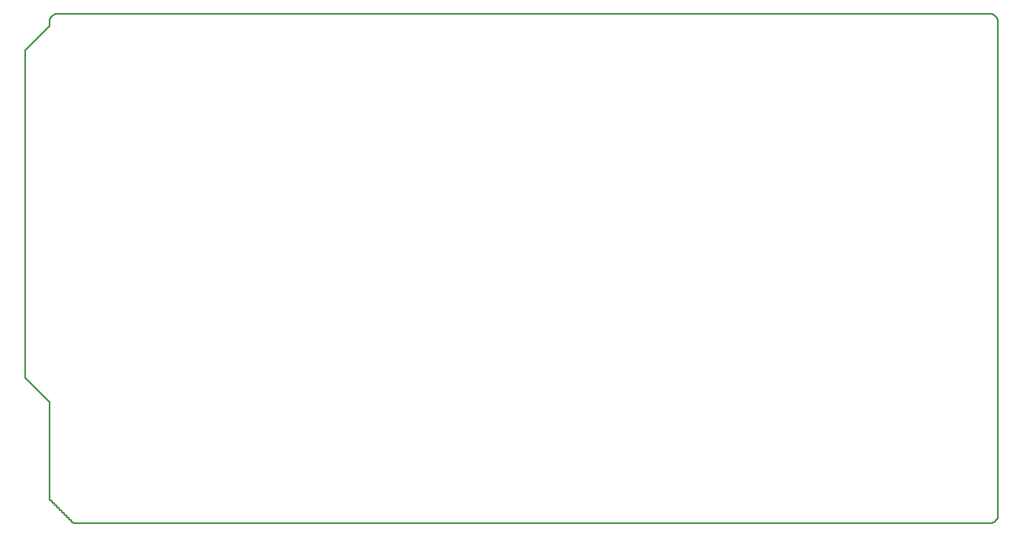
<source format=gm1>
G04 MADE WITH FRITZING*
G04 WWW.FRITZING.ORG*
G04 DOUBLE SIDED*
G04 HOLES PLATED*
G04 CONTOUR ON CENTER OF CONTOUR VECTOR*
%ASAXBY*%
%FSLAX23Y23*%
%MOIN*%
%OFA0B0*%
%SFA1.0B1.0*%
%ADD10C,0.008*%
%LNCONTOUR*%
G90*
G70*
G54D10*
X134Y2101D02*
X135Y2101D01*
X136Y2101D01*
X137Y2101D01*
X138Y2101D01*
X139Y2101D01*
X140Y2101D01*
X141Y2101D01*
X142Y2101D01*
X143Y2101D01*
X144Y2101D01*
X145Y2101D01*
X146Y2101D01*
X147Y2101D01*
X148Y2101D01*
X149Y2101D01*
X150Y2101D01*
X151Y2101D01*
X152Y2101D01*
X153Y2101D01*
X154Y2101D01*
X155Y2101D01*
X156Y2101D01*
X157Y2101D01*
X158Y2101D01*
X159Y2101D01*
X160Y2101D01*
X161Y2101D01*
X162Y2101D01*
X163Y2101D01*
X164Y2101D01*
X165Y2101D01*
X166Y2101D01*
X167Y2101D01*
X168Y2101D01*
X169Y2101D01*
X170Y2101D01*
X171Y2101D01*
X172Y2101D01*
X173Y2101D01*
X174Y2101D01*
X175Y2101D01*
X176Y2101D01*
X177Y2101D01*
X178Y2101D01*
X179Y2101D01*
X180Y2101D01*
X181Y2101D01*
X182Y2101D01*
X183Y2101D01*
X184Y2101D01*
X185Y2101D01*
X186Y2101D01*
X187Y2101D01*
X188Y2101D01*
X189Y2101D01*
X190Y2101D01*
X191Y2101D01*
X192Y2101D01*
X193Y2101D01*
X194Y2101D01*
X195Y2101D01*
X196Y2101D01*
X197Y2101D01*
X198Y2101D01*
X199Y2101D01*
X200Y2101D01*
X201Y2101D01*
X202Y2101D01*
X203Y2101D01*
X204Y2101D01*
X205Y2101D01*
X206Y2101D01*
X207Y2101D01*
X208Y2101D01*
X209Y2101D01*
X210Y2101D01*
X211Y2101D01*
X212Y2101D01*
X213Y2101D01*
X214Y2101D01*
X215Y2101D01*
X216Y2101D01*
X217Y2101D01*
X218Y2101D01*
X219Y2101D01*
X220Y2101D01*
X221Y2101D01*
X222Y2101D01*
X223Y2101D01*
X224Y2101D01*
X225Y2101D01*
X226Y2101D01*
X227Y2101D01*
X228Y2101D01*
X229Y2101D01*
X230Y2101D01*
X231Y2101D01*
X232Y2101D01*
X233Y2101D01*
X234Y2101D01*
X235Y2101D01*
X236Y2101D01*
X237Y2101D01*
X238Y2101D01*
X239Y2101D01*
X240Y2101D01*
X241Y2101D01*
X242Y2101D01*
X243Y2101D01*
X244Y2101D01*
X245Y2101D01*
X246Y2101D01*
X247Y2101D01*
X248Y2101D01*
X249Y2101D01*
X250Y2101D01*
X251Y2101D01*
X252Y2101D01*
X253Y2101D01*
X254Y2101D01*
X255Y2101D01*
X256Y2101D01*
X257Y2101D01*
X258Y2101D01*
X259Y2101D01*
X260Y2101D01*
X261Y2101D01*
X262Y2101D01*
X263Y2101D01*
X264Y2101D01*
X265Y2101D01*
X266Y2101D01*
X267Y2101D01*
X268Y2101D01*
X269Y2101D01*
X270Y2101D01*
X271Y2101D01*
X272Y2101D01*
X273Y2101D01*
X274Y2101D01*
X275Y2101D01*
X276Y2101D01*
X277Y2101D01*
X278Y2101D01*
X279Y2101D01*
X280Y2101D01*
X281Y2101D01*
X282Y2101D01*
X283Y2101D01*
X284Y2101D01*
X285Y2101D01*
X286Y2101D01*
X287Y2101D01*
X288Y2101D01*
X289Y2101D01*
X290Y2101D01*
X291Y2101D01*
X292Y2101D01*
X293Y2101D01*
X294Y2101D01*
X295Y2101D01*
X296Y2101D01*
X297Y2101D01*
X298Y2101D01*
X299Y2101D01*
X300Y2101D01*
X301Y2101D01*
X302Y2101D01*
X303Y2101D01*
X304Y2101D01*
X305Y2101D01*
X306Y2101D01*
X307Y2101D01*
X308Y2101D01*
X309Y2101D01*
X310Y2101D01*
X311Y2101D01*
X312Y2101D01*
X313Y2101D01*
X314Y2101D01*
X315Y2101D01*
X316Y2101D01*
X317Y2101D01*
X318Y2101D01*
X319Y2101D01*
X320Y2101D01*
X321Y2101D01*
X322Y2101D01*
X323Y2101D01*
X324Y2101D01*
X325Y2101D01*
X326Y2101D01*
X327Y2101D01*
X328Y2101D01*
X329Y2101D01*
X330Y2101D01*
X331Y2101D01*
X332Y2101D01*
X333Y2101D01*
X334Y2101D01*
X335Y2101D01*
X336Y2101D01*
X337Y2101D01*
X338Y2101D01*
X339Y2101D01*
X340Y2101D01*
X341Y2101D01*
X342Y2101D01*
X343Y2101D01*
X344Y2101D01*
X345Y2101D01*
X346Y2101D01*
X347Y2101D01*
X348Y2101D01*
X349Y2101D01*
X350Y2101D01*
X351Y2101D01*
X352Y2101D01*
X353Y2101D01*
X354Y2101D01*
X355Y2101D01*
X356Y2101D01*
X357Y2101D01*
X358Y2101D01*
X359Y2101D01*
X360Y2101D01*
X361Y2101D01*
X362Y2101D01*
X363Y2101D01*
X364Y2101D01*
X365Y2101D01*
X366Y2101D01*
X367Y2101D01*
X368Y2101D01*
X369Y2101D01*
X370Y2101D01*
X371Y2101D01*
X372Y2101D01*
X373Y2101D01*
X374Y2101D01*
X375Y2101D01*
X376Y2101D01*
X377Y2101D01*
X378Y2101D01*
X379Y2101D01*
X380Y2101D01*
X381Y2101D01*
X382Y2101D01*
X383Y2101D01*
X384Y2101D01*
X385Y2101D01*
X386Y2101D01*
X387Y2101D01*
X388Y2101D01*
X389Y2101D01*
X390Y2101D01*
X391Y2101D01*
X392Y2101D01*
X393Y2101D01*
X394Y2101D01*
X395Y2101D01*
X396Y2101D01*
X397Y2101D01*
X398Y2101D01*
X399Y2101D01*
X400Y2101D01*
X401Y2101D01*
X402Y2101D01*
X403Y2101D01*
X404Y2101D01*
X405Y2101D01*
X406Y2101D01*
X407Y2101D01*
X408Y2101D01*
X409Y2101D01*
X410Y2101D01*
X411Y2101D01*
X412Y2101D01*
X413Y2101D01*
X414Y2101D01*
X415Y2101D01*
X416Y2101D01*
X417Y2101D01*
X418Y2101D01*
X419Y2101D01*
X420Y2101D01*
X421Y2101D01*
X422Y2101D01*
X423Y2101D01*
X424Y2101D01*
X425Y2101D01*
X426Y2101D01*
X427Y2101D01*
X428Y2101D01*
X429Y2101D01*
X430Y2101D01*
X431Y2101D01*
X432Y2101D01*
X433Y2101D01*
X434Y2101D01*
X435Y2101D01*
X436Y2101D01*
X437Y2101D01*
X438Y2101D01*
X439Y2101D01*
X440Y2101D01*
X441Y2101D01*
X442Y2101D01*
X443Y2101D01*
X444Y2101D01*
X445Y2101D01*
X446Y2101D01*
X447Y2101D01*
X448Y2101D01*
X449Y2101D01*
X450Y2101D01*
X451Y2101D01*
X452Y2101D01*
X453Y2101D01*
X454Y2101D01*
X455Y2101D01*
X456Y2101D01*
X457Y2101D01*
X458Y2101D01*
X459Y2101D01*
X460Y2101D01*
X461Y2101D01*
X462Y2101D01*
X463Y2101D01*
X464Y2101D01*
X465Y2101D01*
X466Y2101D01*
X467Y2101D01*
X468Y2101D01*
X469Y2101D01*
X470Y2101D01*
X471Y2101D01*
X472Y2101D01*
X473Y2101D01*
X474Y2101D01*
X475Y2101D01*
X476Y2101D01*
X477Y2101D01*
X478Y2101D01*
X479Y2101D01*
X480Y2101D01*
X481Y2101D01*
X482Y2101D01*
X483Y2101D01*
X484Y2101D01*
X485Y2101D01*
X486Y2101D01*
X487Y2101D01*
X488Y2101D01*
X489Y2101D01*
X490Y2101D01*
X491Y2101D01*
X492Y2101D01*
X493Y2101D01*
X494Y2101D01*
X495Y2101D01*
X496Y2101D01*
X497Y2101D01*
X498Y2101D01*
X499Y2101D01*
X500Y2101D01*
X501Y2101D01*
X502Y2101D01*
X503Y2101D01*
X504Y2101D01*
X505Y2101D01*
X506Y2101D01*
X507Y2101D01*
X508Y2101D01*
X509Y2101D01*
X510Y2101D01*
X511Y2101D01*
X512Y2101D01*
X513Y2101D01*
X514Y2101D01*
X515Y2101D01*
X516Y2101D01*
X517Y2101D01*
X518Y2101D01*
X519Y2101D01*
X520Y2101D01*
X521Y2101D01*
X522Y2101D01*
X523Y2101D01*
X524Y2101D01*
X525Y2101D01*
X526Y2101D01*
X527Y2101D01*
X528Y2101D01*
X529Y2101D01*
X530Y2101D01*
X531Y2101D01*
X532Y2101D01*
X533Y2101D01*
X534Y2101D01*
X535Y2101D01*
X536Y2101D01*
X537Y2101D01*
X538Y2101D01*
X539Y2101D01*
X540Y2101D01*
X541Y2101D01*
X542Y2101D01*
X543Y2101D01*
X544Y2101D01*
X545Y2101D01*
X546Y2101D01*
X547Y2101D01*
X548Y2101D01*
X549Y2101D01*
X550Y2101D01*
X551Y2101D01*
X552Y2101D01*
X553Y2101D01*
X554Y2101D01*
X555Y2101D01*
X556Y2101D01*
X557Y2101D01*
X558Y2101D01*
X559Y2101D01*
X560Y2101D01*
X561Y2101D01*
X562Y2101D01*
X563Y2101D01*
X564Y2101D01*
X565Y2101D01*
X566Y2101D01*
X567Y2101D01*
X568Y2101D01*
X569Y2101D01*
X570Y2101D01*
X571Y2101D01*
X572Y2101D01*
X573Y2101D01*
X574Y2101D01*
X575Y2101D01*
X576Y2101D01*
X577Y2101D01*
X578Y2101D01*
X579Y2101D01*
X580Y2101D01*
X581Y2101D01*
X582Y2101D01*
X583Y2101D01*
X584Y2101D01*
X585Y2101D01*
X586Y2101D01*
X587Y2101D01*
X588Y2101D01*
X589Y2101D01*
X590Y2101D01*
X591Y2101D01*
X592Y2101D01*
X593Y2101D01*
X594Y2101D01*
X595Y2101D01*
X596Y2101D01*
X597Y2101D01*
X598Y2101D01*
X599Y2101D01*
X600Y2101D01*
X601Y2101D01*
X602Y2101D01*
X603Y2101D01*
X604Y2101D01*
X605Y2101D01*
X606Y2101D01*
X607Y2101D01*
X608Y2101D01*
X609Y2101D01*
X610Y2101D01*
X611Y2101D01*
X612Y2101D01*
X613Y2101D01*
X614Y2101D01*
X615Y2101D01*
X616Y2101D01*
X617Y2101D01*
X618Y2101D01*
X619Y2101D01*
X620Y2101D01*
X621Y2101D01*
X622Y2101D01*
X623Y2101D01*
X624Y2101D01*
X625Y2101D01*
X626Y2101D01*
X627Y2101D01*
X628Y2101D01*
X629Y2101D01*
X630Y2101D01*
X631Y2101D01*
X632Y2101D01*
X633Y2101D01*
X634Y2101D01*
X635Y2101D01*
X636Y2101D01*
X637Y2101D01*
X638Y2101D01*
X639Y2101D01*
X640Y2101D01*
X641Y2101D01*
X642Y2101D01*
X643Y2101D01*
X644Y2101D01*
X645Y2101D01*
X646Y2101D01*
X647Y2101D01*
X648Y2101D01*
X649Y2101D01*
X650Y2101D01*
X651Y2101D01*
X652Y2101D01*
X653Y2101D01*
X654Y2101D01*
X655Y2101D01*
X656Y2101D01*
X657Y2101D01*
X658Y2101D01*
X659Y2101D01*
X660Y2101D01*
X661Y2101D01*
X662Y2101D01*
X663Y2101D01*
X664Y2101D01*
X665Y2101D01*
X666Y2101D01*
X667Y2101D01*
X668Y2101D01*
X669Y2101D01*
X670Y2101D01*
X671Y2101D01*
X672Y2101D01*
X673Y2101D01*
X674Y2101D01*
X675Y2101D01*
X676Y2101D01*
X677Y2101D01*
X678Y2101D01*
X679Y2101D01*
X680Y2101D01*
X681Y2101D01*
X682Y2101D01*
X683Y2101D01*
X684Y2101D01*
X685Y2101D01*
X686Y2101D01*
X687Y2101D01*
X688Y2101D01*
X689Y2101D01*
X690Y2101D01*
X691Y2101D01*
X692Y2101D01*
X693Y2101D01*
X694Y2101D01*
X695Y2101D01*
X696Y2101D01*
X697Y2101D01*
X698Y2101D01*
X699Y2101D01*
X700Y2101D01*
X701Y2101D01*
X702Y2101D01*
X703Y2101D01*
X704Y2101D01*
X705Y2101D01*
X706Y2101D01*
X707Y2101D01*
X708Y2101D01*
X709Y2101D01*
X710Y2101D01*
X711Y2101D01*
X712Y2101D01*
X713Y2101D01*
X714Y2101D01*
X715Y2101D01*
X716Y2101D01*
X717Y2101D01*
X718Y2101D01*
X719Y2101D01*
X720Y2101D01*
X721Y2101D01*
X722Y2101D01*
X723Y2101D01*
X724Y2101D01*
X725Y2101D01*
X726Y2101D01*
X727Y2101D01*
X728Y2101D01*
X729Y2101D01*
X730Y2101D01*
X731Y2101D01*
X732Y2101D01*
X733Y2101D01*
X734Y2101D01*
X735Y2101D01*
X736Y2101D01*
X737Y2101D01*
X738Y2101D01*
X739Y2101D01*
X740Y2101D01*
X741Y2101D01*
X742Y2101D01*
X743Y2101D01*
X744Y2101D01*
X745Y2101D01*
X746Y2101D01*
X747Y2101D01*
X748Y2101D01*
X749Y2101D01*
X750Y2101D01*
X751Y2101D01*
X752Y2101D01*
X753Y2101D01*
X754Y2101D01*
X755Y2101D01*
X756Y2101D01*
X757Y2101D01*
X758Y2101D01*
X759Y2101D01*
X760Y2101D01*
X761Y2101D01*
X762Y2101D01*
X763Y2101D01*
X764Y2101D01*
X765Y2101D01*
X766Y2101D01*
X767Y2101D01*
X768Y2101D01*
X769Y2101D01*
X770Y2101D01*
X771Y2101D01*
X772Y2101D01*
X773Y2101D01*
X774Y2101D01*
X775Y2101D01*
X776Y2101D01*
X777Y2101D01*
X778Y2101D01*
X779Y2101D01*
X780Y2101D01*
X781Y2101D01*
X782Y2101D01*
X783Y2101D01*
X784Y2101D01*
X785Y2101D01*
X786Y2101D01*
X787Y2101D01*
X788Y2101D01*
X789Y2101D01*
X790Y2101D01*
X791Y2101D01*
X792Y2101D01*
X793Y2101D01*
X794Y2101D01*
X795Y2101D01*
X796Y2101D01*
X797Y2101D01*
X798Y2101D01*
X799Y2101D01*
X800Y2101D01*
X801Y2101D01*
X802Y2101D01*
X803Y2101D01*
X804Y2101D01*
X805Y2101D01*
X806Y2101D01*
X807Y2101D01*
X808Y2101D01*
X809Y2101D01*
X810Y2101D01*
X811Y2101D01*
X812Y2101D01*
X813Y2101D01*
X814Y2101D01*
X815Y2101D01*
X816Y2101D01*
X817Y2101D01*
X818Y2101D01*
X819Y2101D01*
X820Y2101D01*
X821Y2101D01*
X822Y2101D01*
X823Y2101D01*
X824Y2101D01*
X825Y2101D01*
X826Y2101D01*
X827Y2101D01*
X828Y2101D01*
X829Y2101D01*
X830Y2101D01*
X831Y2101D01*
X832Y2101D01*
X833Y2101D01*
X834Y2101D01*
X835Y2101D01*
X836Y2101D01*
X837Y2101D01*
X838Y2101D01*
X839Y2101D01*
X840Y2101D01*
X841Y2101D01*
X842Y2101D01*
X843Y2101D01*
X844Y2101D01*
X845Y2101D01*
X846Y2101D01*
X847Y2101D01*
X848Y2101D01*
X849Y2101D01*
X850Y2101D01*
X851Y2101D01*
X852Y2101D01*
X853Y2101D01*
X854Y2101D01*
X855Y2101D01*
X856Y2101D01*
X857Y2101D01*
X858Y2101D01*
X859Y2101D01*
X860Y2101D01*
X861Y2101D01*
X862Y2101D01*
X863Y2101D01*
X864Y2101D01*
X865Y2101D01*
X866Y2101D01*
X867Y2101D01*
X868Y2101D01*
X869Y2101D01*
X870Y2101D01*
X871Y2101D01*
X872Y2101D01*
X873Y2101D01*
X874Y2101D01*
X875Y2101D01*
X876Y2101D01*
X877Y2101D01*
X878Y2101D01*
X879Y2101D01*
X880Y2101D01*
X881Y2101D01*
X882Y2101D01*
X883Y2101D01*
X884Y2101D01*
X885Y2101D01*
X886Y2101D01*
X887Y2101D01*
X888Y2101D01*
X889Y2101D01*
X890Y2101D01*
X891Y2101D01*
X892Y2101D01*
X893Y2101D01*
X894Y2101D01*
X895Y2101D01*
X896Y2101D01*
X897Y2101D01*
X898Y2101D01*
X899Y2101D01*
X900Y2101D01*
X901Y2101D01*
X902Y2101D01*
X903Y2101D01*
X904Y2101D01*
X905Y2101D01*
X906Y2101D01*
X907Y2101D01*
X908Y2101D01*
X909Y2101D01*
X910Y2101D01*
X911Y2101D01*
X912Y2101D01*
X913Y2101D01*
X914Y2101D01*
X915Y2101D01*
X916Y2101D01*
X917Y2101D01*
X918Y2101D01*
X919Y2101D01*
X920Y2101D01*
X921Y2101D01*
X922Y2101D01*
X923Y2101D01*
X924Y2101D01*
X925Y2101D01*
X926Y2101D01*
X927Y2101D01*
X928Y2101D01*
X929Y2101D01*
X930Y2101D01*
X931Y2101D01*
X932Y2101D01*
X933Y2101D01*
X934Y2101D01*
X935Y2101D01*
X936Y2101D01*
X937Y2101D01*
X938Y2101D01*
X939Y2101D01*
X940Y2101D01*
X941Y2101D01*
X942Y2101D01*
X943Y2101D01*
X944Y2101D01*
X945Y2101D01*
X946Y2101D01*
X947Y2101D01*
X948Y2101D01*
X949Y2101D01*
X950Y2101D01*
X951Y2101D01*
X952Y2101D01*
X953Y2101D01*
X954Y2101D01*
X955Y2101D01*
X956Y2101D01*
X957Y2101D01*
X958Y2101D01*
X959Y2101D01*
X960Y2101D01*
X961Y2101D01*
X962Y2101D01*
X963Y2101D01*
X964Y2101D01*
X965Y2101D01*
X966Y2101D01*
X967Y2101D01*
X968Y2101D01*
X969Y2101D01*
X970Y2101D01*
X971Y2101D01*
X972Y2101D01*
X973Y2101D01*
X974Y2101D01*
X975Y2101D01*
X976Y2101D01*
X977Y2101D01*
X978Y2101D01*
X979Y2101D01*
X980Y2101D01*
X981Y2101D01*
X982Y2101D01*
X983Y2101D01*
X984Y2101D01*
X985Y2101D01*
X986Y2101D01*
X987Y2101D01*
X988Y2101D01*
X989Y2101D01*
X990Y2101D01*
X991Y2101D01*
X992Y2101D01*
X993Y2101D01*
X994Y2101D01*
X995Y2101D01*
X996Y2101D01*
X997Y2101D01*
X998Y2101D01*
X999Y2101D01*
X1000Y2101D01*
X1001Y2101D01*
X1002Y2101D01*
X1003Y2101D01*
X1004Y2101D01*
X1005Y2101D01*
X1006Y2101D01*
X1007Y2101D01*
X1008Y2101D01*
X1009Y2101D01*
X1010Y2101D01*
X1011Y2101D01*
X1012Y2101D01*
X1013Y2101D01*
X1014Y2101D01*
X1015Y2101D01*
X1016Y2101D01*
X1017Y2101D01*
X1018Y2101D01*
X1019Y2101D01*
X1020Y2101D01*
X1021Y2101D01*
X1022Y2101D01*
X1023Y2101D01*
X1024Y2101D01*
X1025Y2101D01*
X1026Y2101D01*
X1027Y2101D01*
X1028Y2101D01*
X1029Y2101D01*
X1030Y2101D01*
X1031Y2101D01*
X1032Y2101D01*
X1033Y2101D01*
X1034Y2101D01*
X1035Y2101D01*
X1036Y2101D01*
X1037Y2101D01*
X1038Y2101D01*
X1039Y2101D01*
X1040Y2101D01*
X1041Y2101D01*
X1042Y2101D01*
X1043Y2101D01*
X1044Y2101D01*
X1045Y2101D01*
X1046Y2101D01*
X1047Y2101D01*
X1048Y2101D01*
X1049Y2101D01*
X1050Y2101D01*
X1051Y2101D01*
X1052Y2101D01*
X1053Y2101D01*
X1054Y2101D01*
X1055Y2101D01*
X1056Y2101D01*
X1057Y2101D01*
X1058Y2101D01*
X1059Y2101D01*
X1060Y2101D01*
X1061Y2101D01*
X1062Y2101D01*
X1063Y2101D01*
X1064Y2101D01*
X1065Y2101D01*
X1066Y2101D01*
X1067Y2101D01*
X1068Y2101D01*
X1069Y2101D01*
X1070Y2101D01*
X1071Y2101D01*
X1072Y2101D01*
X1073Y2101D01*
X1074Y2101D01*
X1075Y2101D01*
X1076Y2101D01*
X1077Y2101D01*
X1078Y2101D01*
X1079Y2101D01*
X1080Y2101D01*
X1081Y2101D01*
X1082Y2101D01*
X1083Y2101D01*
X1084Y2101D01*
X1085Y2101D01*
X1086Y2101D01*
X1087Y2101D01*
X1088Y2101D01*
X1089Y2101D01*
X1090Y2101D01*
X1091Y2101D01*
X1092Y2101D01*
X1093Y2101D01*
X1094Y2101D01*
X1095Y2101D01*
X1096Y2101D01*
X1097Y2101D01*
X1098Y2101D01*
X1099Y2101D01*
X1100Y2101D01*
X1101Y2101D01*
X1102Y2101D01*
X1103Y2101D01*
X1104Y2101D01*
X1105Y2101D01*
X1106Y2101D01*
X1107Y2101D01*
X1108Y2101D01*
X1109Y2101D01*
X1110Y2101D01*
X1111Y2101D01*
X1112Y2101D01*
X1113Y2101D01*
X1114Y2101D01*
X1115Y2101D01*
X1116Y2101D01*
X1117Y2101D01*
X1118Y2101D01*
X1119Y2101D01*
X1120Y2101D01*
X1121Y2101D01*
X1122Y2101D01*
X1123Y2101D01*
X1124Y2101D01*
X1125Y2101D01*
X1126Y2101D01*
X1127Y2101D01*
X1128Y2101D01*
X1129Y2101D01*
X1130Y2101D01*
X1131Y2101D01*
X1132Y2101D01*
X1133Y2101D01*
X1134Y2101D01*
X1135Y2101D01*
X1136Y2101D01*
X1137Y2101D01*
X1138Y2101D01*
X1139Y2101D01*
X1140Y2101D01*
X1141Y2101D01*
X1142Y2101D01*
X1143Y2101D01*
X1144Y2101D01*
X1145Y2101D01*
X1146Y2101D01*
X1147Y2101D01*
X1148Y2101D01*
X1149Y2101D01*
X1150Y2101D01*
X1151Y2101D01*
X1152Y2101D01*
X1153Y2101D01*
X1154Y2101D01*
X1155Y2101D01*
X1156Y2101D01*
X1157Y2101D01*
X1158Y2101D01*
X1159Y2101D01*
X1160Y2101D01*
X1161Y2101D01*
X1162Y2101D01*
X1163Y2101D01*
X1164Y2101D01*
X1165Y2101D01*
X1166Y2101D01*
X1167Y2101D01*
X1168Y2101D01*
X1169Y2101D01*
X1170Y2101D01*
X1171Y2101D01*
X1172Y2101D01*
X1173Y2101D01*
X1174Y2101D01*
X1175Y2101D01*
X1176Y2101D01*
X1177Y2101D01*
X1178Y2101D01*
X1179Y2101D01*
X1180Y2101D01*
X1181Y2101D01*
X1182Y2101D01*
X1183Y2101D01*
X1184Y2101D01*
X1185Y2101D01*
X1186Y2101D01*
X1187Y2101D01*
X1188Y2101D01*
X1189Y2101D01*
X1190Y2101D01*
X1191Y2101D01*
X1192Y2101D01*
X1193Y2101D01*
X1194Y2101D01*
X1195Y2101D01*
X1196Y2101D01*
X1197Y2101D01*
X1198Y2101D01*
X1199Y2101D01*
X1200Y2101D01*
X1201Y2101D01*
X1202Y2101D01*
X1203Y2101D01*
X1204Y2101D01*
X1205Y2101D01*
X1206Y2101D01*
X1207Y2101D01*
X1208Y2101D01*
X1209Y2101D01*
X1210Y2101D01*
X1211Y2101D01*
X1212Y2101D01*
X1213Y2101D01*
X1214Y2101D01*
X1215Y2101D01*
X1216Y2101D01*
X1217Y2101D01*
X1218Y2101D01*
X1219Y2101D01*
X1220Y2101D01*
X1221Y2101D01*
X1222Y2101D01*
X1223Y2101D01*
X1224Y2101D01*
X1225Y2101D01*
X1226Y2101D01*
X1227Y2101D01*
X1228Y2101D01*
X1229Y2101D01*
X1230Y2101D01*
X1231Y2101D01*
X1232Y2101D01*
X1233Y2101D01*
X1234Y2101D01*
X1235Y2101D01*
X1236Y2101D01*
X1237Y2101D01*
X1238Y2101D01*
X1239Y2101D01*
X1240Y2101D01*
X1241Y2101D01*
X1242Y2101D01*
X1243Y2101D01*
X1244Y2101D01*
X1245Y2101D01*
X1246Y2101D01*
X1247Y2101D01*
X1248Y2101D01*
X1249Y2101D01*
X1250Y2101D01*
X1251Y2101D01*
X1252Y2101D01*
X1253Y2101D01*
X1254Y2101D01*
X1255Y2101D01*
X1256Y2101D01*
X1257Y2101D01*
X1258Y2101D01*
X1259Y2101D01*
X1260Y2101D01*
X1261Y2101D01*
X1262Y2101D01*
X1263Y2101D01*
X1264Y2101D01*
X1265Y2101D01*
X1266Y2101D01*
X1267Y2101D01*
X1268Y2101D01*
X1269Y2101D01*
X1270Y2101D01*
X1271Y2101D01*
X1272Y2101D01*
X1273Y2101D01*
X1274Y2101D01*
X1275Y2101D01*
X1276Y2101D01*
X1277Y2101D01*
X1278Y2101D01*
X1279Y2101D01*
X1280Y2101D01*
X1281Y2101D01*
X1282Y2101D01*
X1283Y2101D01*
X1284Y2101D01*
X1285Y2101D01*
X1286Y2101D01*
X1287Y2101D01*
X1288Y2101D01*
X1289Y2101D01*
X1290Y2101D01*
X1291Y2101D01*
X1292Y2101D01*
X1293Y2101D01*
X1294Y2101D01*
X1295Y2101D01*
X1296Y2101D01*
X1297Y2101D01*
X1298Y2101D01*
X1299Y2101D01*
X1300Y2101D01*
X1301Y2101D01*
X1302Y2101D01*
X1303Y2101D01*
X1304Y2101D01*
X1305Y2101D01*
X1306Y2101D01*
X1307Y2101D01*
X1308Y2101D01*
X1309Y2101D01*
X1310Y2101D01*
X1311Y2101D01*
X1312Y2101D01*
X1313Y2101D01*
X1314Y2101D01*
X1315Y2101D01*
X1316Y2101D01*
X1317Y2101D01*
X1318Y2101D01*
X1319Y2101D01*
X1320Y2101D01*
X1321Y2101D01*
X1322Y2101D01*
X1323Y2101D01*
X1324Y2101D01*
X1325Y2101D01*
X1326Y2101D01*
X1327Y2101D01*
X1328Y2101D01*
X1329Y2101D01*
X1330Y2101D01*
X1331Y2101D01*
X1332Y2101D01*
X1333Y2101D01*
X1334Y2101D01*
X1335Y2101D01*
X1336Y2101D01*
X1337Y2101D01*
X1338Y2101D01*
X1339Y2101D01*
X1340Y2101D01*
X1341Y2101D01*
X1342Y2101D01*
X1343Y2101D01*
X1344Y2101D01*
X1345Y2101D01*
X1346Y2101D01*
X1347Y2101D01*
X1348Y2101D01*
X1349Y2101D01*
X1350Y2101D01*
X1351Y2101D01*
X1352Y2101D01*
X1353Y2101D01*
X1354Y2101D01*
X1355Y2101D01*
X1356Y2101D01*
X1357Y2101D01*
X1358Y2101D01*
X1359Y2101D01*
X1360Y2101D01*
X1361Y2101D01*
X1362Y2101D01*
X1363Y2101D01*
X1364Y2101D01*
X1365Y2101D01*
X1366Y2101D01*
X1367Y2101D01*
X1368Y2101D01*
X1369Y2101D01*
X1370Y2101D01*
X1371Y2101D01*
X1372Y2101D01*
X1373Y2101D01*
X1374Y2101D01*
X1375Y2101D01*
X1376Y2101D01*
X1377Y2101D01*
X1378Y2101D01*
X1379Y2101D01*
X1380Y2101D01*
X1381Y2101D01*
X1382Y2101D01*
X1383Y2101D01*
X1384Y2101D01*
X1385Y2101D01*
X1386Y2101D01*
X1387Y2101D01*
X1388Y2101D01*
X1389Y2101D01*
X1390Y2101D01*
X1391Y2101D01*
X1392Y2101D01*
X1393Y2101D01*
X1394Y2101D01*
X1395Y2101D01*
X1396Y2101D01*
X1397Y2101D01*
X1398Y2101D01*
X1399Y2101D01*
X1400Y2101D01*
X1401Y2101D01*
X1402Y2101D01*
X1403Y2101D01*
X1404Y2101D01*
X1405Y2101D01*
X1406Y2101D01*
X1407Y2101D01*
X1408Y2101D01*
X1409Y2101D01*
X1410Y2101D01*
X1411Y2101D01*
X1412Y2101D01*
X1413Y2101D01*
X1414Y2101D01*
X1415Y2101D01*
X1416Y2101D01*
X1417Y2101D01*
X1418Y2101D01*
X1419Y2101D01*
X1420Y2101D01*
X1421Y2101D01*
X1422Y2101D01*
X1423Y2101D01*
X1424Y2101D01*
X1425Y2101D01*
X1426Y2101D01*
X1427Y2101D01*
X1428Y2101D01*
X1429Y2101D01*
X1430Y2101D01*
X1431Y2101D01*
X1432Y2101D01*
X1433Y2101D01*
X1434Y2101D01*
X1435Y2101D01*
X1436Y2101D01*
X1437Y2101D01*
X1438Y2101D01*
X1439Y2101D01*
X1440Y2101D01*
X1441Y2101D01*
X1442Y2101D01*
X1443Y2101D01*
X1444Y2101D01*
X1445Y2101D01*
X1446Y2101D01*
X1447Y2101D01*
X1448Y2101D01*
X1449Y2101D01*
X1450Y2101D01*
X1451Y2101D01*
X1452Y2101D01*
X1453Y2101D01*
X1454Y2101D01*
X1455Y2101D01*
X1456Y2101D01*
X1457Y2101D01*
X1458Y2101D01*
X1459Y2101D01*
X1460Y2101D01*
X1461Y2101D01*
X1462Y2101D01*
X1463Y2101D01*
X1464Y2101D01*
X1465Y2101D01*
X1466Y2101D01*
X1467Y2101D01*
X1468Y2101D01*
X1469Y2101D01*
X1470Y2101D01*
X1471Y2101D01*
X1472Y2101D01*
X1473Y2101D01*
X1474Y2101D01*
X1475Y2101D01*
X1476Y2101D01*
X1477Y2101D01*
X1478Y2101D01*
X1479Y2101D01*
X1480Y2101D01*
X1481Y2101D01*
X1482Y2101D01*
X1483Y2101D01*
X1484Y2101D01*
X1485Y2101D01*
X1486Y2101D01*
X1487Y2101D01*
X1488Y2101D01*
X1489Y2101D01*
X1490Y2101D01*
X1491Y2101D01*
X1492Y2101D01*
X1493Y2101D01*
X1494Y2101D01*
X1495Y2101D01*
X1496Y2101D01*
X1497Y2101D01*
X1498Y2101D01*
X1499Y2101D01*
X1500Y2101D01*
X1501Y2101D01*
X1502Y2101D01*
X1503Y2101D01*
X1504Y2101D01*
X1505Y2101D01*
X1506Y2101D01*
X1507Y2101D01*
X1508Y2101D01*
X1509Y2101D01*
X1510Y2101D01*
X1511Y2101D01*
X1512Y2101D01*
X1513Y2101D01*
X1514Y2101D01*
X1515Y2101D01*
X1516Y2101D01*
X1517Y2101D01*
X1518Y2101D01*
X1519Y2101D01*
X1520Y2101D01*
X1521Y2101D01*
X1522Y2101D01*
X1523Y2101D01*
X1524Y2101D01*
X1525Y2101D01*
X1526Y2101D01*
X1527Y2101D01*
X1528Y2101D01*
X1529Y2101D01*
X1530Y2101D01*
X1531Y2101D01*
X1532Y2101D01*
X1533Y2101D01*
X1534Y2101D01*
X1535Y2101D01*
X1536Y2101D01*
X1537Y2101D01*
X1538Y2101D01*
X1539Y2101D01*
X1540Y2101D01*
X1541Y2101D01*
X1542Y2101D01*
X1543Y2101D01*
X1544Y2101D01*
X1545Y2101D01*
X1546Y2101D01*
X1547Y2101D01*
X1548Y2101D01*
X1549Y2101D01*
X1550Y2101D01*
X1551Y2101D01*
X1552Y2101D01*
X1553Y2101D01*
X1554Y2101D01*
X1555Y2101D01*
X1556Y2101D01*
X1557Y2101D01*
X1558Y2101D01*
X1559Y2101D01*
X1560Y2101D01*
X1561Y2101D01*
X1562Y2101D01*
X1563Y2101D01*
X1564Y2101D01*
X1565Y2101D01*
X1566Y2101D01*
X1567Y2101D01*
X1568Y2101D01*
X1569Y2101D01*
X1570Y2101D01*
X1571Y2101D01*
X1572Y2101D01*
X1573Y2101D01*
X1574Y2101D01*
X1575Y2101D01*
X1576Y2101D01*
X1577Y2101D01*
X1578Y2101D01*
X1579Y2101D01*
X1580Y2101D01*
X1581Y2101D01*
X1582Y2101D01*
X1583Y2101D01*
X1584Y2101D01*
X1585Y2101D01*
X1586Y2101D01*
X1587Y2101D01*
X1588Y2101D01*
X1589Y2101D01*
X1590Y2101D01*
X1591Y2101D01*
X1592Y2101D01*
X1593Y2101D01*
X1594Y2101D01*
X1595Y2101D01*
X1596Y2101D01*
X1597Y2101D01*
X1598Y2101D01*
X1599Y2101D01*
X1600Y2101D01*
X1601Y2101D01*
X1602Y2101D01*
X1603Y2101D01*
X1604Y2101D01*
X1605Y2101D01*
X1606Y2101D01*
X1607Y2101D01*
X1608Y2101D01*
X1609Y2101D01*
X1610Y2101D01*
X1611Y2101D01*
X1612Y2101D01*
X1613Y2101D01*
X1614Y2101D01*
X1615Y2101D01*
X1616Y2101D01*
X1617Y2101D01*
X1618Y2101D01*
X1619Y2101D01*
X1620Y2101D01*
X1621Y2101D01*
X1622Y2101D01*
X1623Y2101D01*
X1624Y2101D01*
X1625Y2101D01*
X1626Y2101D01*
X1627Y2101D01*
X1628Y2101D01*
X1629Y2101D01*
X1630Y2101D01*
X1631Y2101D01*
X1632Y2101D01*
X1633Y2101D01*
X1634Y2101D01*
X1635Y2101D01*
X1636Y2101D01*
X1637Y2101D01*
X1638Y2101D01*
X1639Y2101D01*
X1640Y2101D01*
X1641Y2101D01*
X1642Y2101D01*
X1643Y2101D01*
X1644Y2101D01*
X1645Y2101D01*
X1646Y2101D01*
X1647Y2101D01*
X1648Y2101D01*
X1649Y2101D01*
X1650Y2101D01*
X1651Y2101D01*
X1652Y2101D01*
X1653Y2101D01*
X1654Y2101D01*
X1655Y2101D01*
X1656Y2101D01*
X1657Y2101D01*
X1658Y2101D01*
X1659Y2101D01*
X1660Y2101D01*
X1661Y2101D01*
X1662Y2101D01*
X1663Y2101D01*
X1664Y2101D01*
X1665Y2101D01*
X1666Y2101D01*
X1667Y2101D01*
X1668Y2101D01*
X1669Y2101D01*
X1670Y2101D01*
X1671Y2101D01*
X1672Y2101D01*
X1673Y2101D01*
X1674Y2101D01*
X1675Y2101D01*
X1676Y2101D01*
X1677Y2101D01*
X1678Y2101D01*
X1679Y2101D01*
X1680Y2101D01*
X1681Y2101D01*
X1682Y2101D01*
X1683Y2101D01*
X1684Y2101D01*
X1685Y2101D01*
X1686Y2101D01*
X1687Y2101D01*
X1688Y2101D01*
X1689Y2101D01*
X1690Y2101D01*
X1691Y2101D01*
X1692Y2101D01*
X1693Y2101D01*
X1694Y2101D01*
X1695Y2101D01*
X1696Y2101D01*
X1697Y2101D01*
X1698Y2101D01*
X1699Y2101D01*
X1700Y2101D01*
X1701Y2101D01*
X1702Y2101D01*
X1703Y2101D01*
X1704Y2101D01*
X1705Y2101D01*
X1706Y2101D01*
X1707Y2101D01*
X1708Y2101D01*
X1709Y2101D01*
X1710Y2101D01*
X1711Y2101D01*
X1712Y2101D01*
X1713Y2101D01*
X1714Y2101D01*
X1715Y2101D01*
X1716Y2101D01*
X1717Y2101D01*
X1718Y2101D01*
X1719Y2101D01*
X1720Y2101D01*
X1721Y2101D01*
X1722Y2101D01*
X1723Y2101D01*
X1724Y2101D01*
X1725Y2101D01*
X1726Y2101D01*
X1727Y2101D01*
X1728Y2101D01*
X1729Y2101D01*
X1730Y2101D01*
X1731Y2101D01*
X1732Y2101D01*
X1733Y2101D01*
X1734Y2101D01*
X1735Y2101D01*
X1736Y2101D01*
X1737Y2101D01*
X1738Y2101D01*
X1739Y2101D01*
X1740Y2101D01*
X1741Y2101D01*
X1742Y2101D01*
X1743Y2101D01*
X1744Y2101D01*
X1745Y2101D01*
X1746Y2101D01*
X1747Y2101D01*
X1748Y2101D01*
X1749Y2101D01*
X1750Y2101D01*
X1751Y2101D01*
X1752Y2101D01*
X1753Y2101D01*
X1754Y2101D01*
X1755Y2101D01*
X1756Y2101D01*
X1757Y2101D01*
X1758Y2101D01*
X1759Y2101D01*
X1760Y2101D01*
X1761Y2101D01*
X1762Y2101D01*
X1763Y2101D01*
X1764Y2101D01*
X1765Y2101D01*
X1766Y2101D01*
X1767Y2101D01*
X1768Y2101D01*
X1769Y2101D01*
X1770Y2101D01*
X1771Y2101D01*
X1772Y2101D01*
X1773Y2101D01*
X1774Y2101D01*
X1775Y2101D01*
X1776Y2101D01*
X1777Y2101D01*
X1778Y2101D01*
X1779Y2101D01*
X1780Y2101D01*
X1781Y2101D01*
X1782Y2101D01*
X1783Y2101D01*
X1784Y2101D01*
X1785Y2101D01*
X1786Y2101D01*
X1787Y2101D01*
X1788Y2101D01*
X1789Y2101D01*
X1790Y2101D01*
X1791Y2101D01*
X1792Y2101D01*
X1793Y2101D01*
X1794Y2101D01*
X1795Y2101D01*
X1796Y2101D01*
X1797Y2101D01*
X1798Y2101D01*
X1799Y2101D01*
X1800Y2101D01*
X1801Y2101D01*
X1802Y2101D01*
X1803Y2101D01*
X1804Y2101D01*
X1805Y2101D01*
X1806Y2101D01*
X1807Y2101D01*
X1808Y2101D01*
X1809Y2101D01*
X1810Y2101D01*
X1811Y2101D01*
X1812Y2101D01*
X1813Y2101D01*
X1814Y2101D01*
X1815Y2101D01*
X1816Y2101D01*
X1817Y2101D01*
X1818Y2101D01*
X1819Y2101D01*
X1820Y2101D01*
X1821Y2101D01*
X1822Y2101D01*
X1823Y2101D01*
X1824Y2101D01*
X1825Y2101D01*
X1826Y2101D01*
X1827Y2101D01*
X1828Y2101D01*
X1829Y2101D01*
X1830Y2101D01*
X1831Y2101D01*
X1832Y2101D01*
X1833Y2101D01*
X1834Y2101D01*
X1835Y2101D01*
X1836Y2101D01*
X1837Y2101D01*
X1838Y2101D01*
X1839Y2101D01*
X1840Y2101D01*
X1841Y2101D01*
X1842Y2101D01*
X1843Y2101D01*
X1844Y2101D01*
X1845Y2101D01*
X1846Y2101D01*
X1847Y2101D01*
X1848Y2101D01*
X1849Y2101D01*
X1850Y2101D01*
X1851Y2101D01*
X1852Y2101D01*
X1853Y2101D01*
X1854Y2101D01*
X1855Y2101D01*
X1856Y2101D01*
X1857Y2101D01*
X1858Y2101D01*
X1859Y2101D01*
X1860Y2101D01*
X1861Y2101D01*
X1862Y2101D01*
X1863Y2101D01*
X1864Y2101D01*
X1865Y2101D01*
X1866Y2101D01*
X1867Y2101D01*
X1868Y2101D01*
X1869Y2101D01*
X1870Y2101D01*
X1871Y2101D01*
X1872Y2101D01*
X1873Y2101D01*
X1874Y2101D01*
X1875Y2101D01*
X1876Y2101D01*
X1877Y2101D01*
X1878Y2101D01*
X1879Y2101D01*
X1880Y2101D01*
X1881Y2101D01*
X1882Y2101D01*
X1883Y2101D01*
X1884Y2101D01*
X1885Y2101D01*
X1886Y2101D01*
X1887Y2101D01*
X1888Y2101D01*
X1889Y2101D01*
X1890Y2101D01*
X1891Y2101D01*
X1892Y2101D01*
X1893Y2101D01*
X1894Y2101D01*
X1895Y2101D01*
X1896Y2101D01*
X1897Y2101D01*
X1898Y2101D01*
X1899Y2101D01*
X1900Y2101D01*
X1901Y2101D01*
X1902Y2101D01*
X1903Y2101D01*
X1904Y2101D01*
X1905Y2101D01*
X1906Y2101D01*
X1907Y2101D01*
X1908Y2101D01*
X1909Y2101D01*
X1910Y2101D01*
X1911Y2101D01*
X1912Y2101D01*
X1913Y2101D01*
X1914Y2101D01*
X1915Y2101D01*
X1916Y2101D01*
X1917Y2101D01*
X1918Y2101D01*
X1919Y2101D01*
X1920Y2101D01*
X1921Y2101D01*
X1922Y2101D01*
X1923Y2101D01*
X1924Y2101D01*
X1925Y2101D01*
X1926Y2101D01*
X1927Y2101D01*
X1928Y2101D01*
X1929Y2101D01*
X1930Y2101D01*
X1931Y2101D01*
X1932Y2101D01*
X1933Y2101D01*
X1934Y2101D01*
X1935Y2101D01*
X1936Y2101D01*
X1937Y2101D01*
X1938Y2101D01*
X1939Y2101D01*
X1940Y2101D01*
X1941Y2101D01*
X1942Y2101D01*
X1943Y2101D01*
X1944Y2101D01*
X1945Y2101D01*
X1946Y2101D01*
X1947Y2101D01*
X1948Y2101D01*
X1949Y2101D01*
X1950Y2101D01*
X1951Y2101D01*
X1952Y2101D01*
X1953Y2101D01*
X1954Y2101D01*
X1955Y2101D01*
X1956Y2101D01*
X1957Y2101D01*
X1958Y2101D01*
X1959Y2101D01*
X1960Y2101D01*
X1961Y2101D01*
X1962Y2101D01*
X1963Y2101D01*
X1964Y2101D01*
X1965Y2101D01*
X1966Y2101D01*
X1967Y2101D01*
X1968Y2101D01*
X1969Y2101D01*
X1970Y2101D01*
X1971Y2101D01*
X1972Y2101D01*
X1973Y2101D01*
X1974Y2101D01*
X1975Y2101D01*
X1976Y2101D01*
X1977Y2101D01*
X1978Y2101D01*
X1979Y2101D01*
X1980Y2101D01*
X1981Y2101D01*
X1982Y2101D01*
X1983Y2101D01*
X1984Y2101D01*
X1985Y2101D01*
X1986Y2101D01*
X1987Y2101D01*
X1988Y2101D01*
X1989Y2101D01*
X1990Y2101D01*
X1991Y2101D01*
X1992Y2101D01*
X1993Y2101D01*
X1994Y2101D01*
X1995Y2101D01*
X1996Y2101D01*
X1997Y2101D01*
X1998Y2101D01*
X1999Y2101D01*
X2000Y2101D01*
X2001Y2101D01*
X2002Y2101D01*
X2003Y2101D01*
X2004Y2101D01*
X2005Y2101D01*
X2006Y2101D01*
X2007Y2101D01*
X2008Y2101D01*
X2009Y2101D01*
X2010Y2101D01*
X2011Y2101D01*
X2012Y2101D01*
X2013Y2101D01*
X2014Y2101D01*
X2015Y2101D01*
X2016Y2101D01*
X2017Y2101D01*
X2018Y2101D01*
X2019Y2101D01*
X2020Y2101D01*
X2021Y2101D01*
X2022Y2101D01*
X2023Y2101D01*
X2024Y2101D01*
X2025Y2101D01*
X2026Y2101D01*
X2027Y2101D01*
X2028Y2101D01*
X2029Y2101D01*
X2030Y2101D01*
X2031Y2101D01*
X2032Y2101D01*
X2033Y2101D01*
X2034Y2101D01*
X2035Y2101D01*
X2036Y2101D01*
X2037Y2101D01*
X2038Y2101D01*
X2039Y2101D01*
X2040Y2101D01*
X2041Y2101D01*
X2042Y2101D01*
X2043Y2101D01*
X2044Y2101D01*
X2045Y2101D01*
X2046Y2101D01*
X2047Y2101D01*
X2048Y2101D01*
X2049Y2101D01*
X2050Y2101D01*
X2051Y2101D01*
X2052Y2101D01*
X2053Y2101D01*
X2054Y2101D01*
X2055Y2101D01*
X2056Y2101D01*
X2057Y2101D01*
X2058Y2101D01*
X2059Y2101D01*
X2060Y2101D01*
X2061Y2101D01*
X2062Y2101D01*
X2063Y2101D01*
X2064Y2101D01*
X2065Y2101D01*
X2066Y2101D01*
X2067Y2101D01*
X2068Y2101D01*
X2069Y2101D01*
X2070Y2101D01*
X2071Y2101D01*
X2072Y2101D01*
X2073Y2101D01*
X2074Y2101D01*
X2075Y2101D01*
X2076Y2101D01*
X2077Y2101D01*
X2078Y2101D01*
X2079Y2101D01*
X2080Y2101D01*
X2081Y2101D01*
X2082Y2101D01*
X2083Y2101D01*
X2084Y2101D01*
X2085Y2101D01*
X2086Y2101D01*
X2087Y2101D01*
X2088Y2101D01*
X2089Y2101D01*
X2090Y2101D01*
X2091Y2101D01*
X2092Y2101D01*
X2093Y2101D01*
X2094Y2101D01*
X2095Y2101D01*
X2096Y2101D01*
X2097Y2101D01*
X2098Y2101D01*
X2099Y2101D01*
X2100Y2101D01*
X2101Y2101D01*
X2102Y2101D01*
X2103Y2101D01*
X2104Y2101D01*
X2105Y2101D01*
X2106Y2101D01*
X2107Y2101D01*
X2108Y2101D01*
X2109Y2101D01*
X2110Y2101D01*
X2111Y2101D01*
X2112Y2101D01*
X2113Y2101D01*
X2114Y2101D01*
X2115Y2101D01*
X2116Y2101D01*
X2117Y2101D01*
X2118Y2101D01*
X2119Y2101D01*
X2120Y2101D01*
X2121Y2101D01*
X2122Y2101D01*
X2123Y2101D01*
X2124Y2101D01*
X2125Y2101D01*
X2126Y2101D01*
X2127Y2101D01*
X2128Y2101D01*
X2129Y2101D01*
X2130Y2101D01*
X2131Y2101D01*
X2132Y2101D01*
X2133Y2101D01*
X2134Y2101D01*
X2135Y2101D01*
X2136Y2101D01*
X2137Y2101D01*
X2138Y2101D01*
X2139Y2101D01*
X2140Y2101D01*
X2141Y2101D01*
X2142Y2101D01*
X2143Y2101D01*
X2144Y2101D01*
X2145Y2101D01*
X2146Y2101D01*
X2147Y2101D01*
X2148Y2101D01*
X2149Y2101D01*
X2150Y2101D01*
X2151Y2101D01*
X2152Y2101D01*
X2153Y2101D01*
X2154Y2101D01*
X2155Y2101D01*
X2156Y2101D01*
X2157Y2101D01*
X2158Y2101D01*
X2159Y2101D01*
X2160Y2101D01*
X2161Y2101D01*
X2162Y2101D01*
X2163Y2101D01*
X2164Y2101D01*
X2165Y2101D01*
X2166Y2101D01*
X2167Y2101D01*
X2168Y2101D01*
X2169Y2101D01*
X2170Y2101D01*
X2171Y2101D01*
X2172Y2101D01*
X2173Y2101D01*
X2174Y2101D01*
X2175Y2101D01*
X2176Y2101D01*
X2177Y2101D01*
X2178Y2101D01*
X2179Y2101D01*
X2180Y2101D01*
X2181Y2101D01*
X2182Y2101D01*
X2183Y2101D01*
X2184Y2101D01*
X2185Y2101D01*
X2186Y2101D01*
X2187Y2101D01*
X2188Y2101D01*
X2189Y2101D01*
X2190Y2101D01*
X2191Y2101D01*
X2192Y2101D01*
X2193Y2101D01*
X2194Y2101D01*
X2195Y2101D01*
X2196Y2101D01*
X2197Y2101D01*
X2198Y2101D01*
X2199Y2101D01*
X2200Y2101D01*
X2201Y2101D01*
X2202Y2101D01*
X2203Y2101D01*
X2204Y2101D01*
X2205Y2101D01*
X2206Y2101D01*
X2207Y2101D01*
X2208Y2101D01*
X2209Y2101D01*
X2210Y2101D01*
X2211Y2101D01*
X2212Y2101D01*
X2213Y2101D01*
X2214Y2101D01*
X2215Y2101D01*
X2216Y2101D01*
X2217Y2101D01*
X2218Y2101D01*
X2219Y2101D01*
X2220Y2101D01*
X2221Y2101D01*
X2222Y2101D01*
X2223Y2101D01*
X2224Y2101D01*
X2225Y2101D01*
X2226Y2101D01*
X2227Y2101D01*
X2228Y2101D01*
X2229Y2101D01*
X2230Y2101D01*
X2231Y2101D01*
X2232Y2101D01*
X2233Y2101D01*
X2234Y2101D01*
X2235Y2101D01*
X2236Y2101D01*
X2237Y2101D01*
X2238Y2101D01*
X2239Y2101D01*
X2240Y2101D01*
X2241Y2101D01*
X2242Y2101D01*
X2243Y2101D01*
X2244Y2101D01*
X2245Y2101D01*
X2246Y2101D01*
X2247Y2101D01*
X2248Y2101D01*
X2249Y2101D01*
X2250Y2101D01*
X2251Y2101D01*
X2252Y2101D01*
X2253Y2101D01*
X2254Y2101D01*
X2255Y2101D01*
X2256Y2101D01*
X2257Y2101D01*
X2258Y2101D01*
X2259Y2101D01*
X2260Y2101D01*
X2261Y2101D01*
X2262Y2101D01*
X2263Y2101D01*
X2264Y2101D01*
X2265Y2101D01*
X2266Y2101D01*
X2267Y2101D01*
X2268Y2101D01*
X2269Y2101D01*
X2270Y2101D01*
X2271Y2101D01*
X2272Y2101D01*
X2273Y2101D01*
X2274Y2101D01*
X2275Y2101D01*
X2276Y2101D01*
X2277Y2101D01*
X2278Y2101D01*
X2279Y2101D01*
X2280Y2101D01*
X2281Y2101D01*
X2282Y2101D01*
X2283Y2101D01*
X2284Y2101D01*
X2285Y2101D01*
X2286Y2101D01*
X2287Y2101D01*
X2288Y2101D01*
X2289Y2101D01*
X2290Y2101D01*
X2291Y2101D01*
X2292Y2101D01*
X2293Y2101D01*
X2294Y2101D01*
X2295Y2101D01*
X2296Y2101D01*
X2297Y2101D01*
X2298Y2101D01*
X2299Y2101D01*
X2300Y2101D01*
X2301Y2101D01*
X2302Y2101D01*
X2303Y2101D01*
X2304Y2101D01*
X2305Y2101D01*
X2306Y2101D01*
X2307Y2101D01*
X2308Y2101D01*
X2309Y2101D01*
X2310Y2101D01*
X2311Y2101D01*
X2312Y2101D01*
X2313Y2101D01*
X2314Y2101D01*
X2315Y2101D01*
X2316Y2101D01*
X2317Y2101D01*
X2318Y2101D01*
X2319Y2101D01*
X2320Y2101D01*
X2321Y2101D01*
X2322Y2101D01*
X2323Y2101D01*
X2324Y2101D01*
X2325Y2101D01*
X2326Y2101D01*
X2327Y2101D01*
X2328Y2101D01*
X2329Y2101D01*
X2330Y2101D01*
X2331Y2101D01*
X2332Y2101D01*
X2333Y2101D01*
X2334Y2101D01*
X2335Y2101D01*
X2336Y2101D01*
X2337Y2101D01*
X2338Y2101D01*
X2339Y2101D01*
X2340Y2101D01*
X2341Y2101D01*
X2342Y2101D01*
X2343Y2101D01*
X2344Y2101D01*
X2345Y2101D01*
X2346Y2101D01*
X2347Y2101D01*
X2348Y2101D01*
X2349Y2101D01*
X2350Y2101D01*
X2351Y2101D01*
X2352Y2101D01*
X2353Y2101D01*
X2354Y2101D01*
X2355Y2101D01*
X2356Y2101D01*
X2357Y2101D01*
X2358Y2101D01*
X2359Y2101D01*
X2360Y2101D01*
X2361Y2101D01*
X2362Y2101D01*
X2363Y2101D01*
X2364Y2101D01*
X2365Y2101D01*
X2366Y2101D01*
X2367Y2101D01*
X2368Y2101D01*
X2369Y2101D01*
X2370Y2101D01*
X2371Y2101D01*
X2372Y2101D01*
X2373Y2101D01*
X2374Y2101D01*
X2375Y2101D01*
X2376Y2101D01*
X2377Y2101D01*
X2378Y2101D01*
X2379Y2101D01*
X2380Y2101D01*
X2381Y2101D01*
X2382Y2101D01*
X2383Y2101D01*
X2384Y2101D01*
X2385Y2101D01*
X2386Y2101D01*
X2387Y2101D01*
X2388Y2101D01*
X2389Y2101D01*
X2390Y2101D01*
X2391Y2101D01*
X2392Y2101D01*
X2393Y2101D01*
X2394Y2101D01*
X2395Y2101D01*
X2396Y2101D01*
X2397Y2101D01*
X2398Y2101D01*
X2399Y2101D01*
X2400Y2101D01*
X2401Y2101D01*
X2402Y2101D01*
X2403Y2101D01*
X2404Y2101D01*
X2405Y2101D01*
X2406Y2101D01*
X2407Y2101D01*
X2408Y2101D01*
X2409Y2101D01*
X2410Y2101D01*
X2411Y2101D01*
X2412Y2101D01*
X2413Y2101D01*
X2414Y2101D01*
X2415Y2101D01*
X2416Y2101D01*
X2417Y2101D01*
X2418Y2101D01*
X2419Y2101D01*
X2420Y2101D01*
X2421Y2101D01*
X2422Y2101D01*
X2423Y2101D01*
X2424Y2101D01*
X2425Y2101D01*
X2426Y2101D01*
X2427Y2101D01*
X2428Y2101D01*
X2429Y2101D01*
X2430Y2101D01*
X2431Y2101D01*
X2432Y2101D01*
X2433Y2101D01*
X2434Y2101D01*
X2435Y2101D01*
X2436Y2101D01*
X2437Y2101D01*
X2438Y2101D01*
X2439Y2101D01*
X2440Y2101D01*
X2441Y2101D01*
X2442Y2101D01*
X2443Y2101D01*
X2444Y2101D01*
X2445Y2101D01*
X2446Y2101D01*
X2447Y2101D01*
X2448Y2101D01*
X2449Y2101D01*
X2450Y2101D01*
X2451Y2101D01*
X2452Y2101D01*
X2453Y2101D01*
X2454Y2101D01*
X2455Y2101D01*
X2456Y2101D01*
X2457Y2101D01*
X2458Y2101D01*
X2459Y2101D01*
X2460Y2101D01*
X2461Y2101D01*
X2462Y2101D01*
X2463Y2101D01*
X2464Y2101D01*
X2465Y2101D01*
X2466Y2101D01*
X2467Y2101D01*
X2468Y2101D01*
X2469Y2101D01*
X2470Y2101D01*
X2471Y2101D01*
X2472Y2101D01*
X2473Y2101D01*
X2474Y2101D01*
X2475Y2101D01*
X2476Y2101D01*
X2477Y2101D01*
X2478Y2101D01*
X2479Y2101D01*
X2480Y2101D01*
X2481Y2101D01*
X2482Y2101D01*
X2483Y2101D01*
X2484Y2101D01*
X2485Y2101D01*
X2486Y2101D01*
X2487Y2101D01*
X2488Y2101D01*
X2489Y2101D01*
X2490Y2101D01*
X2491Y2101D01*
X2492Y2101D01*
X2493Y2101D01*
X2494Y2101D01*
X2495Y2101D01*
X2496Y2101D01*
X2497Y2101D01*
X2498Y2101D01*
X2499Y2101D01*
X2500Y2101D01*
X2501Y2101D01*
X2502Y2101D01*
X2503Y2101D01*
X2504Y2101D01*
X2505Y2101D01*
X2506Y2101D01*
X2507Y2101D01*
X2508Y2101D01*
X2509Y2101D01*
X2510Y2101D01*
X2511Y2101D01*
X2512Y2101D01*
X2513Y2101D01*
X2514Y2101D01*
X2515Y2101D01*
X2516Y2101D01*
X2517Y2101D01*
X2518Y2101D01*
X2519Y2101D01*
X2520Y2101D01*
X2521Y2101D01*
X2522Y2101D01*
X2523Y2101D01*
X2524Y2101D01*
X2525Y2101D01*
X2526Y2101D01*
X2527Y2101D01*
X2528Y2101D01*
X2529Y2101D01*
X2530Y2101D01*
X2531Y2101D01*
X2532Y2101D01*
X2533Y2101D01*
X2534Y2101D01*
X2535Y2101D01*
X2536Y2101D01*
X2537Y2101D01*
X2538Y2101D01*
X2539Y2101D01*
X2540Y2101D01*
X2541Y2101D01*
X2542Y2101D01*
X2543Y2101D01*
X2544Y2101D01*
X2545Y2101D01*
X2546Y2101D01*
X2547Y2101D01*
X2548Y2101D01*
X2549Y2101D01*
X2550Y2101D01*
X2551Y2101D01*
X2552Y2101D01*
X2553Y2101D01*
X2554Y2101D01*
X2555Y2101D01*
X2556Y2101D01*
X2557Y2101D01*
X2558Y2101D01*
X2559Y2101D01*
X2560Y2101D01*
X2561Y2101D01*
X2562Y2101D01*
X2563Y2101D01*
X2564Y2101D01*
X2565Y2101D01*
X2566Y2101D01*
X2567Y2101D01*
X2568Y2101D01*
X2569Y2101D01*
X2570Y2101D01*
X2571Y2101D01*
X2572Y2101D01*
X2573Y2101D01*
X2574Y2101D01*
X2575Y2101D01*
X2576Y2101D01*
X2577Y2101D01*
X2578Y2101D01*
X2579Y2101D01*
X2580Y2101D01*
X2581Y2101D01*
X2582Y2101D01*
X2583Y2101D01*
X2584Y2101D01*
X2585Y2101D01*
X2586Y2101D01*
X2587Y2101D01*
X2588Y2101D01*
X2589Y2101D01*
X2590Y2101D01*
X2591Y2101D01*
X2592Y2101D01*
X2593Y2101D01*
X2594Y2101D01*
X2595Y2101D01*
X2596Y2101D01*
X2597Y2101D01*
X2598Y2101D01*
X2599Y2101D01*
X2600Y2101D01*
X2601Y2101D01*
X2602Y2101D01*
X2603Y2101D01*
X2604Y2101D01*
X2605Y2101D01*
X2606Y2101D01*
X2607Y2101D01*
X2608Y2101D01*
X2609Y2101D01*
X2610Y2101D01*
X2611Y2101D01*
X2612Y2101D01*
X2613Y2101D01*
X2614Y2101D01*
X2615Y2101D01*
X2616Y2101D01*
X2617Y2101D01*
X2618Y2101D01*
X2619Y2101D01*
X2620Y2101D01*
X2621Y2101D01*
X2622Y2101D01*
X2623Y2101D01*
X2624Y2101D01*
X2625Y2101D01*
X2626Y2101D01*
X2627Y2101D01*
X2628Y2101D01*
X2629Y2101D01*
X2630Y2101D01*
X2631Y2101D01*
X2632Y2101D01*
X2633Y2101D01*
X2634Y2101D01*
X2635Y2101D01*
X2636Y2101D01*
X2637Y2101D01*
X2638Y2101D01*
X2639Y2101D01*
X2640Y2101D01*
X2641Y2101D01*
X2642Y2101D01*
X2643Y2101D01*
X2644Y2101D01*
X2645Y2101D01*
X2646Y2101D01*
X2647Y2101D01*
X2648Y2101D01*
X2649Y2101D01*
X2650Y2101D01*
X2651Y2101D01*
X2652Y2101D01*
X2653Y2101D01*
X2654Y2101D01*
X2655Y2101D01*
X2656Y2101D01*
X2657Y2101D01*
X2658Y2101D01*
X2659Y2101D01*
X2660Y2101D01*
X2661Y2101D01*
X2662Y2101D01*
X2663Y2101D01*
X2664Y2101D01*
X2665Y2101D01*
X2666Y2101D01*
X2667Y2101D01*
X2668Y2101D01*
X2669Y2101D01*
X2670Y2101D01*
X2671Y2101D01*
X2672Y2101D01*
X2673Y2101D01*
X2674Y2101D01*
X2675Y2101D01*
X2676Y2101D01*
X2677Y2101D01*
X2678Y2101D01*
X2679Y2101D01*
X2680Y2101D01*
X2681Y2101D01*
X2682Y2101D01*
X2683Y2101D01*
X2684Y2101D01*
X2685Y2101D01*
X2686Y2101D01*
X2687Y2101D01*
X2688Y2101D01*
X2689Y2101D01*
X2690Y2101D01*
X2691Y2101D01*
X2692Y2101D01*
X2693Y2101D01*
X2694Y2101D01*
X2695Y2101D01*
X2696Y2101D01*
X2697Y2101D01*
X2698Y2101D01*
X2699Y2101D01*
X2700Y2101D01*
X2701Y2101D01*
X2702Y2101D01*
X2703Y2101D01*
X2704Y2101D01*
X2705Y2101D01*
X2706Y2101D01*
X2707Y2101D01*
X2708Y2101D01*
X2709Y2101D01*
X2710Y2101D01*
X2711Y2101D01*
X2712Y2101D01*
X2713Y2101D01*
X2714Y2101D01*
X2715Y2101D01*
X2716Y2101D01*
X2717Y2101D01*
X2718Y2101D01*
X2719Y2101D01*
X2720Y2101D01*
X2721Y2101D01*
X2722Y2101D01*
X2723Y2101D01*
X2724Y2101D01*
X2725Y2101D01*
X2726Y2101D01*
X2727Y2101D01*
X2728Y2101D01*
X2729Y2101D01*
X2730Y2101D01*
X2731Y2101D01*
X2732Y2101D01*
X2733Y2101D01*
X2734Y2101D01*
X2735Y2101D01*
X2736Y2101D01*
X2737Y2101D01*
X2738Y2101D01*
X2739Y2101D01*
X2740Y2101D01*
X2741Y2101D01*
X2742Y2101D01*
X2743Y2101D01*
X2744Y2101D01*
X2745Y2101D01*
X2746Y2101D01*
X2747Y2101D01*
X2748Y2101D01*
X2749Y2101D01*
X2750Y2101D01*
X2751Y2101D01*
X2752Y2101D01*
X2753Y2101D01*
X2754Y2101D01*
X2755Y2101D01*
X2756Y2101D01*
X2757Y2101D01*
X2758Y2101D01*
X2759Y2101D01*
X2760Y2101D01*
X2761Y2101D01*
X2762Y2101D01*
X2763Y2101D01*
X2764Y2101D01*
X2765Y2101D01*
X2766Y2101D01*
X2767Y2101D01*
X2768Y2101D01*
X2769Y2101D01*
X2770Y2101D01*
X2771Y2101D01*
X2772Y2101D01*
X2773Y2101D01*
X2774Y2101D01*
X2775Y2101D01*
X2776Y2101D01*
X2777Y2101D01*
X2778Y2101D01*
X2779Y2101D01*
X2780Y2101D01*
X2781Y2101D01*
X2782Y2101D01*
X2783Y2101D01*
X2784Y2101D01*
X2785Y2101D01*
X2786Y2101D01*
X2787Y2101D01*
X2788Y2101D01*
X2789Y2101D01*
X2790Y2101D01*
X2791Y2101D01*
X2792Y2101D01*
X2793Y2101D01*
X2794Y2101D01*
X2795Y2101D01*
X2796Y2101D01*
X2797Y2101D01*
X2798Y2101D01*
X2799Y2101D01*
X2800Y2101D01*
X2801Y2101D01*
X2802Y2101D01*
X2803Y2101D01*
X2804Y2101D01*
X2805Y2101D01*
X2806Y2101D01*
X2807Y2101D01*
X2808Y2101D01*
X2809Y2101D01*
X2810Y2101D01*
X2811Y2101D01*
X2812Y2101D01*
X2813Y2101D01*
X2814Y2101D01*
X2815Y2101D01*
X2816Y2101D01*
X2817Y2101D01*
X2818Y2101D01*
X2819Y2101D01*
X2820Y2101D01*
X2821Y2101D01*
X2822Y2101D01*
X2823Y2101D01*
X2824Y2101D01*
X2825Y2101D01*
X2826Y2101D01*
X2827Y2101D01*
X2828Y2101D01*
X2829Y2101D01*
X2830Y2101D01*
X2831Y2101D01*
X2832Y2101D01*
X2833Y2101D01*
X2834Y2101D01*
X2835Y2101D01*
X2836Y2101D01*
X2837Y2101D01*
X2838Y2101D01*
X2839Y2101D01*
X2840Y2101D01*
X2841Y2101D01*
X2842Y2101D01*
X2843Y2101D01*
X2844Y2101D01*
X2845Y2101D01*
X2846Y2101D01*
X2847Y2101D01*
X2848Y2101D01*
X2849Y2101D01*
X2850Y2101D01*
X2851Y2101D01*
X2852Y2101D01*
X2853Y2101D01*
X2854Y2101D01*
X2855Y2101D01*
X2856Y2101D01*
X2857Y2101D01*
X2858Y2101D01*
X2859Y2101D01*
X2860Y2101D01*
X2861Y2101D01*
X2862Y2101D01*
X2863Y2101D01*
X2864Y2101D01*
X2865Y2101D01*
X2866Y2101D01*
X2867Y2101D01*
X2868Y2101D01*
X2869Y2101D01*
X2870Y2101D01*
X2871Y2101D01*
X2872Y2101D01*
X2873Y2101D01*
X2874Y2101D01*
X2875Y2101D01*
X2876Y2101D01*
X2877Y2101D01*
X2878Y2101D01*
X2879Y2101D01*
X2880Y2101D01*
X2881Y2101D01*
X2882Y2101D01*
X2883Y2101D01*
X2884Y2101D01*
X2885Y2101D01*
X2886Y2101D01*
X2887Y2101D01*
X2888Y2101D01*
X2889Y2101D01*
X2890Y2101D01*
X2891Y2101D01*
X2892Y2101D01*
X2893Y2101D01*
X2894Y2101D01*
X2895Y2101D01*
X2896Y2101D01*
X2897Y2101D01*
X2898Y2101D01*
X2899Y2101D01*
X2900Y2101D01*
X2901Y2101D01*
X2902Y2101D01*
X2903Y2101D01*
X2904Y2101D01*
X2905Y2101D01*
X2906Y2101D01*
X2907Y2101D01*
X2908Y2101D01*
X2909Y2101D01*
X2910Y2101D01*
X2911Y2101D01*
X2912Y2101D01*
X2913Y2101D01*
X2914Y2101D01*
X2915Y2101D01*
X2916Y2101D01*
X2917Y2101D01*
X2918Y2101D01*
X2919Y2101D01*
X2920Y2101D01*
X2921Y2101D01*
X2922Y2101D01*
X2923Y2101D01*
X2924Y2101D01*
X2925Y2101D01*
X2926Y2101D01*
X2927Y2101D01*
X2928Y2101D01*
X2929Y2101D01*
X2930Y2101D01*
X2931Y2101D01*
X2932Y2101D01*
X2933Y2101D01*
X2934Y2101D01*
X2935Y2101D01*
X2936Y2101D01*
X2937Y2101D01*
X2938Y2101D01*
X2939Y2101D01*
X2940Y2101D01*
X2941Y2101D01*
X2942Y2101D01*
X2943Y2101D01*
X2944Y2101D01*
X2945Y2101D01*
X2946Y2101D01*
X2947Y2101D01*
X2948Y2101D01*
X2949Y2101D01*
X2950Y2101D01*
X2951Y2101D01*
X2952Y2101D01*
X2953Y2101D01*
X2954Y2101D01*
X2955Y2101D01*
X2956Y2101D01*
X2957Y2101D01*
X2958Y2101D01*
X2959Y2101D01*
X2960Y2101D01*
X2961Y2101D01*
X2962Y2101D01*
X2963Y2101D01*
X2964Y2101D01*
X2965Y2101D01*
X2966Y2101D01*
X2967Y2101D01*
X2968Y2101D01*
X2969Y2101D01*
X2970Y2101D01*
X2971Y2101D01*
X2972Y2101D01*
X2973Y2101D01*
X2974Y2101D01*
X2975Y2101D01*
X2976Y2101D01*
X2977Y2101D01*
X2978Y2101D01*
X2979Y2101D01*
X2980Y2101D01*
X2981Y2101D01*
X2982Y2101D01*
X2983Y2101D01*
X2984Y2101D01*
X2985Y2101D01*
X2986Y2101D01*
X2987Y2101D01*
X2988Y2101D01*
X2989Y2101D01*
X2990Y2101D01*
X2991Y2101D01*
X2992Y2101D01*
X2993Y2101D01*
X2994Y2101D01*
X2995Y2101D01*
X2996Y2101D01*
X2997Y2101D01*
X2998Y2101D01*
X2999Y2101D01*
X3000Y2101D01*
X3001Y2101D01*
X3002Y2101D01*
X3003Y2101D01*
X3004Y2101D01*
X3005Y2101D01*
X3006Y2101D01*
X3007Y2101D01*
X3008Y2101D01*
X3009Y2101D01*
X3010Y2101D01*
X3011Y2101D01*
X3012Y2101D01*
X3013Y2101D01*
X3014Y2101D01*
X3015Y2101D01*
X3016Y2101D01*
X3017Y2101D01*
X3018Y2101D01*
X3019Y2101D01*
X3020Y2101D01*
X3021Y2101D01*
X3022Y2101D01*
X3023Y2101D01*
X3024Y2101D01*
X3025Y2101D01*
X3026Y2101D01*
X3027Y2101D01*
X3028Y2101D01*
X3029Y2101D01*
X3030Y2101D01*
X3031Y2101D01*
X3032Y2101D01*
X3033Y2101D01*
X3034Y2101D01*
X3035Y2101D01*
X3036Y2101D01*
X3037Y2101D01*
X3038Y2101D01*
X3039Y2101D01*
X3040Y2101D01*
X3041Y2101D01*
X3042Y2101D01*
X3043Y2101D01*
X3044Y2101D01*
X3045Y2101D01*
X3046Y2101D01*
X3047Y2101D01*
X3048Y2101D01*
X3049Y2101D01*
X3050Y2101D01*
X3051Y2101D01*
X3052Y2101D01*
X3053Y2101D01*
X3054Y2101D01*
X3055Y2101D01*
X3056Y2101D01*
X3057Y2101D01*
X3058Y2101D01*
X3059Y2101D01*
X3060Y2101D01*
X3061Y2101D01*
X3062Y2101D01*
X3063Y2101D01*
X3064Y2101D01*
X3065Y2101D01*
X3066Y2101D01*
X3067Y2101D01*
X3068Y2101D01*
X3069Y2101D01*
X3070Y2101D01*
X3071Y2101D01*
X3072Y2101D01*
X3073Y2101D01*
X3074Y2101D01*
X3075Y2101D01*
X3076Y2101D01*
X3077Y2101D01*
X3078Y2101D01*
X3079Y2101D01*
X3080Y2101D01*
X3081Y2101D01*
X3082Y2101D01*
X3083Y2101D01*
X3084Y2101D01*
X3085Y2101D01*
X3086Y2101D01*
X3087Y2101D01*
X3088Y2101D01*
X3089Y2101D01*
X3090Y2101D01*
X3091Y2101D01*
X3092Y2101D01*
X3093Y2101D01*
X3094Y2101D01*
X3095Y2101D01*
X3096Y2101D01*
X3097Y2101D01*
X3098Y2101D01*
X3099Y2101D01*
X3100Y2101D01*
X3101Y2101D01*
X3102Y2101D01*
X3103Y2101D01*
X3104Y2101D01*
X3105Y2101D01*
X3106Y2101D01*
X3107Y2101D01*
X3108Y2101D01*
X3109Y2101D01*
X3110Y2101D01*
X3111Y2101D01*
X3112Y2101D01*
X3113Y2101D01*
X3114Y2101D01*
X3115Y2101D01*
X3116Y2101D01*
X3117Y2101D01*
X3118Y2101D01*
X3119Y2101D01*
X3120Y2101D01*
X3121Y2101D01*
X3122Y2101D01*
X3123Y2101D01*
X3124Y2101D01*
X3125Y2101D01*
X3126Y2101D01*
X3127Y2101D01*
X3128Y2101D01*
X3129Y2101D01*
X3130Y2101D01*
X3131Y2101D01*
X3132Y2101D01*
X3133Y2101D01*
X3134Y2101D01*
X3135Y2101D01*
X3136Y2101D01*
X3137Y2101D01*
X3138Y2101D01*
X3139Y2101D01*
X3140Y2101D01*
X3141Y2101D01*
X3142Y2101D01*
X3143Y2101D01*
X3144Y2101D01*
X3145Y2101D01*
X3146Y2101D01*
X3147Y2101D01*
X3148Y2101D01*
X3149Y2101D01*
X3150Y2101D01*
X3151Y2101D01*
X3152Y2101D01*
X3153Y2101D01*
X3154Y2101D01*
X3155Y2101D01*
X3156Y2101D01*
X3157Y2101D01*
X3158Y2101D01*
X3159Y2101D01*
X3160Y2101D01*
X3161Y2101D01*
X3162Y2101D01*
X3163Y2101D01*
X3164Y2101D01*
X3165Y2101D01*
X3166Y2101D01*
X3167Y2101D01*
X3168Y2101D01*
X3169Y2101D01*
X3170Y2101D01*
X3171Y2101D01*
X3172Y2101D01*
X3173Y2101D01*
X3174Y2101D01*
X3175Y2101D01*
X3176Y2101D01*
X3177Y2101D01*
X3178Y2101D01*
X3179Y2101D01*
X3180Y2101D01*
X3181Y2101D01*
X3182Y2101D01*
X3183Y2101D01*
X3184Y2101D01*
X3185Y2101D01*
X3186Y2101D01*
X3187Y2101D01*
X3188Y2101D01*
X3189Y2101D01*
X3190Y2101D01*
X3191Y2101D01*
X3192Y2101D01*
X3193Y2101D01*
X3194Y2101D01*
X3195Y2101D01*
X3196Y2101D01*
X3197Y2101D01*
X3198Y2101D01*
X3199Y2101D01*
X3200Y2101D01*
X3201Y2101D01*
X3202Y2101D01*
X3203Y2101D01*
X3204Y2101D01*
X3205Y2101D01*
X3206Y2101D01*
X3207Y2101D01*
X3208Y2101D01*
X3209Y2101D01*
X3210Y2101D01*
X3211Y2101D01*
X3212Y2101D01*
X3213Y2101D01*
X3214Y2101D01*
X3215Y2101D01*
X3216Y2101D01*
X3217Y2101D01*
X3218Y2101D01*
X3219Y2101D01*
X3220Y2101D01*
X3221Y2101D01*
X3222Y2101D01*
X3223Y2101D01*
X3224Y2101D01*
X3225Y2101D01*
X3226Y2101D01*
X3227Y2101D01*
X3228Y2101D01*
X3229Y2101D01*
X3230Y2101D01*
X3231Y2101D01*
X3232Y2101D01*
X3233Y2101D01*
X3234Y2101D01*
X3235Y2101D01*
X3236Y2101D01*
X3237Y2101D01*
X3238Y2101D01*
X3239Y2101D01*
X3240Y2101D01*
X3241Y2101D01*
X3242Y2101D01*
X3243Y2101D01*
X3244Y2101D01*
X3245Y2101D01*
X3246Y2101D01*
X3247Y2101D01*
X3248Y2101D01*
X3249Y2101D01*
X3250Y2101D01*
X3251Y2101D01*
X3252Y2101D01*
X3253Y2101D01*
X3254Y2101D01*
X3255Y2101D01*
X3256Y2101D01*
X3257Y2101D01*
X3258Y2101D01*
X3259Y2101D01*
X3260Y2101D01*
X3261Y2101D01*
X3262Y2101D01*
X3263Y2101D01*
X3264Y2101D01*
X3265Y2101D01*
X3266Y2101D01*
X3267Y2101D01*
X3268Y2101D01*
X3269Y2101D01*
X3270Y2101D01*
X3271Y2101D01*
X3272Y2101D01*
X3273Y2101D01*
X3274Y2101D01*
X3275Y2101D01*
X3276Y2101D01*
X3277Y2101D01*
X3278Y2101D01*
X3279Y2101D01*
X3280Y2101D01*
X3281Y2101D01*
X3282Y2101D01*
X3283Y2101D01*
X3284Y2101D01*
X3285Y2101D01*
X3286Y2101D01*
X3287Y2101D01*
X3288Y2101D01*
X3289Y2101D01*
X3290Y2101D01*
X3291Y2101D01*
X3292Y2101D01*
X3293Y2101D01*
X3294Y2101D01*
X3295Y2101D01*
X3296Y2101D01*
X3297Y2101D01*
X3298Y2101D01*
X3299Y2101D01*
X3300Y2101D01*
X3301Y2101D01*
X3302Y2101D01*
X3303Y2101D01*
X3304Y2101D01*
X3305Y2101D01*
X3306Y2101D01*
X3307Y2101D01*
X3308Y2101D01*
X3309Y2101D01*
X3310Y2101D01*
X3311Y2101D01*
X3312Y2101D01*
X3313Y2101D01*
X3314Y2101D01*
X3315Y2101D01*
X3316Y2101D01*
X3317Y2101D01*
X3318Y2101D01*
X3319Y2101D01*
X3320Y2101D01*
X3321Y2101D01*
X3322Y2101D01*
X3323Y2101D01*
X3324Y2101D01*
X3325Y2101D01*
X3326Y2101D01*
X3327Y2101D01*
X3328Y2101D01*
X3329Y2101D01*
X3330Y2101D01*
X3331Y2101D01*
X3332Y2101D01*
X3333Y2101D01*
X3334Y2101D01*
X3335Y2101D01*
X3336Y2101D01*
X3337Y2101D01*
X3338Y2101D01*
X3339Y2101D01*
X3340Y2101D01*
X3341Y2101D01*
X3342Y2101D01*
X3343Y2101D01*
X3344Y2101D01*
X3345Y2101D01*
X3346Y2101D01*
X3347Y2101D01*
X3348Y2101D01*
X3349Y2101D01*
X3350Y2101D01*
X3351Y2101D01*
X3352Y2101D01*
X3353Y2101D01*
X3354Y2101D01*
X3355Y2101D01*
X3356Y2101D01*
X3357Y2101D01*
X3358Y2101D01*
X3359Y2101D01*
X3360Y2101D01*
X3361Y2101D01*
X3362Y2101D01*
X3363Y2101D01*
X3364Y2101D01*
X3365Y2101D01*
X3366Y2101D01*
X3367Y2101D01*
X3368Y2101D01*
X3369Y2101D01*
X3370Y2101D01*
X3371Y2101D01*
X3372Y2101D01*
X3373Y2101D01*
X3374Y2101D01*
X3375Y2101D01*
X3376Y2101D01*
X3377Y2101D01*
X3378Y2101D01*
X3379Y2101D01*
X3380Y2101D01*
X3381Y2101D01*
X3382Y2101D01*
X3383Y2101D01*
X3384Y2101D01*
X3385Y2101D01*
X3386Y2101D01*
X3387Y2101D01*
X3388Y2101D01*
X3389Y2101D01*
X3390Y2101D01*
X3391Y2101D01*
X3392Y2101D01*
X3393Y2101D01*
X3394Y2101D01*
X3395Y2101D01*
X3396Y2101D01*
X3397Y2101D01*
X3398Y2101D01*
X3399Y2101D01*
X3400Y2101D01*
X3401Y2101D01*
X3402Y2101D01*
X3403Y2101D01*
X3404Y2101D01*
X3405Y2101D01*
X3406Y2101D01*
X3407Y2101D01*
X3408Y2101D01*
X3409Y2101D01*
X3410Y2101D01*
X3411Y2101D01*
X3412Y2101D01*
X3413Y2101D01*
X3414Y2101D01*
X3415Y2101D01*
X3416Y2101D01*
X3417Y2101D01*
X3418Y2101D01*
X3419Y2101D01*
X3420Y2101D01*
X3421Y2101D01*
X3422Y2101D01*
X3423Y2101D01*
X3424Y2101D01*
X3425Y2101D01*
X3426Y2101D01*
X3427Y2101D01*
X3428Y2101D01*
X3429Y2101D01*
X3430Y2101D01*
X3431Y2101D01*
X3432Y2101D01*
X3433Y2101D01*
X3434Y2101D01*
X3435Y2101D01*
X3436Y2101D01*
X3437Y2101D01*
X3438Y2101D01*
X3439Y2101D01*
X3440Y2101D01*
X3441Y2101D01*
X3442Y2101D01*
X3443Y2101D01*
X3444Y2101D01*
X3445Y2101D01*
X3446Y2101D01*
X3447Y2101D01*
X3448Y2101D01*
X3449Y2101D01*
X3450Y2101D01*
X3451Y2101D01*
X3452Y2101D01*
X3453Y2101D01*
X3454Y2101D01*
X3455Y2101D01*
X3456Y2101D01*
X3457Y2101D01*
X3458Y2101D01*
X3459Y2101D01*
X3460Y2101D01*
X3461Y2101D01*
X3462Y2101D01*
X3463Y2101D01*
X3464Y2101D01*
X3465Y2101D01*
X3466Y2101D01*
X3467Y2101D01*
X3468Y2101D01*
X3469Y2101D01*
X3470Y2101D01*
X3471Y2101D01*
X3472Y2101D01*
X3473Y2101D01*
X3474Y2101D01*
X3475Y2101D01*
X3476Y2101D01*
X3477Y2101D01*
X3478Y2101D01*
X3479Y2101D01*
X3480Y2101D01*
X3481Y2101D01*
X3482Y2101D01*
X3483Y2101D01*
X3484Y2101D01*
X3485Y2101D01*
X3486Y2101D01*
X3487Y2101D01*
X3488Y2101D01*
X3489Y2101D01*
X3490Y2101D01*
X3491Y2101D01*
X3492Y2101D01*
X3493Y2101D01*
X3494Y2101D01*
X3495Y2101D01*
X3496Y2101D01*
X3497Y2101D01*
X3498Y2101D01*
X3499Y2101D01*
X3500Y2101D01*
X3501Y2101D01*
X3502Y2101D01*
X3503Y2101D01*
X3504Y2101D01*
X3505Y2101D01*
X3506Y2101D01*
X3507Y2101D01*
X3508Y2101D01*
X3509Y2101D01*
X3510Y2101D01*
X3511Y2101D01*
X3512Y2101D01*
X3513Y2101D01*
X3514Y2101D01*
X3515Y2101D01*
X3516Y2101D01*
X3517Y2101D01*
X3518Y2101D01*
X3519Y2101D01*
X3520Y2101D01*
X3521Y2101D01*
X3522Y2101D01*
X3523Y2101D01*
X3524Y2101D01*
X3525Y2101D01*
X3526Y2101D01*
X3527Y2101D01*
X3528Y2101D01*
X3529Y2101D01*
X3530Y2101D01*
X3531Y2101D01*
X3532Y2101D01*
X3533Y2101D01*
X3534Y2101D01*
X3535Y2101D01*
X3536Y2101D01*
X3537Y2101D01*
X3538Y2101D01*
X3539Y2101D01*
X3540Y2101D01*
X3541Y2101D01*
X3542Y2101D01*
X3543Y2101D01*
X3544Y2101D01*
X3545Y2101D01*
X3546Y2101D01*
X3547Y2101D01*
X3548Y2101D01*
X3549Y2101D01*
X3550Y2101D01*
X3551Y2101D01*
X3552Y2101D01*
X3553Y2101D01*
X3554Y2101D01*
X3555Y2101D01*
X3556Y2101D01*
X3557Y2101D01*
X3558Y2101D01*
X3559Y2101D01*
X3560Y2101D01*
X3561Y2101D01*
X3562Y2101D01*
X3563Y2101D01*
X3564Y2101D01*
X3565Y2101D01*
X3566Y2101D01*
X3567Y2101D01*
X3568Y2101D01*
X3569Y2101D01*
X3570Y2101D01*
X3571Y2101D01*
X3572Y2101D01*
X3573Y2101D01*
X3574Y2101D01*
X3575Y2101D01*
X3576Y2101D01*
X3577Y2101D01*
X3578Y2101D01*
X3579Y2101D01*
X3580Y2101D01*
X3581Y2101D01*
X3582Y2101D01*
X3583Y2101D01*
X3584Y2101D01*
X3585Y2101D01*
X3586Y2101D01*
X3587Y2101D01*
X3588Y2101D01*
X3589Y2101D01*
X3590Y2101D01*
X3591Y2101D01*
X3592Y2101D01*
X3593Y2101D01*
X3594Y2101D01*
X3595Y2101D01*
X3596Y2101D01*
X3597Y2101D01*
X3598Y2101D01*
X3599Y2101D01*
X3600Y2101D01*
X3601Y2101D01*
X3602Y2101D01*
X3603Y2101D01*
X3604Y2101D01*
X3605Y2101D01*
X3606Y2101D01*
X3607Y2101D01*
X3608Y2101D01*
X3609Y2101D01*
X3610Y2101D01*
X3611Y2101D01*
X3612Y2101D01*
X3613Y2101D01*
X3614Y2101D01*
X3615Y2101D01*
X3616Y2101D01*
X3617Y2101D01*
X3618Y2101D01*
X3619Y2101D01*
X3620Y2101D01*
X3621Y2101D01*
X3622Y2101D01*
X3623Y2101D01*
X3624Y2101D01*
X3625Y2101D01*
X3626Y2101D01*
X3627Y2101D01*
X3628Y2101D01*
X3629Y2101D01*
X3630Y2101D01*
X3631Y2101D01*
X3632Y2101D01*
X3633Y2101D01*
X3634Y2101D01*
X3635Y2101D01*
X3636Y2101D01*
X3637Y2101D01*
X3638Y2101D01*
X3639Y2101D01*
X3640Y2101D01*
X3641Y2101D01*
X3642Y2101D01*
X3643Y2101D01*
X3644Y2101D01*
X3645Y2101D01*
X3646Y2101D01*
X3647Y2101D01*
X3648Y2101D01*
X3649Y2101D01*
X3650Y2101D01*
X3651Y2101D01*
X3652Y2101D01*
X3653Y2101D01*
X3654Y2101D01*
X3655Y2101D01*
X3656Y2101D01*
X3657Y2101D01*
X3658Y2101D01*
X3659Y2101D01*
X3660Y2101D01*
X3661Y2101D01*
X3662Y2101D01*
X3663Y2101D01*
X3664Y2101D01*
X3665Y2101D01*
X3666Y2101D01*
X3667Y2101D01*
X3668Y2101D01*
X3669Y2101D01*
X3670Y2101D01*
X3671Y2101D01*
X3672Y2101D01*
X3673Y2101D01*
X3674Y2101D01*
X3675Y2101D01*
X3676Y2101D01*
X3677Y2101D01*
X3678Y2101D01*
X3679Y2101D01*
X3680Y2101D01*
X3681Y2101D01*
X3682Y2101D01*
X3683Y2101D01*
X3684Y2101D01*
X3685Y2101D01*
X3686Y2101D01*
X3687Y2101D01*
X3688Y2101D01*
X3689Y2101D01*
X3690Y2101D01*
X3691Y2101D01*
X3692Y2101D01*
X3693Y2101D01*
X3694Y2101D01*
X3695Y2101D01*
X3696Y2101D01*
X3697Y2101D01*
X3698Y2101D01*
X3699Y2101D01*
X3700Y2101D01*
X3701Y2101D01*
X3702Y2101D01*
X3703Y2101D01*
X3704Y2101D01*
X3705Y2101D01*
X3706Y2101D01*
X3707Y2101D01*
X3708Y2101D01*
X3709Y2101D01*
X3710Y2101D01*
X3711Y2101D01*
X3712Y2101D01*
X3713Y2101D01*
X3714Y2101D01*
X3715Y2101D01*
X3716Y2101D01*
X3717Y2101D01*
X3718Y2101D01*
X3719Y2101D01*
X3720Y2101D01*
X3721Y2101D01*
X3722Y2101D01*
X3723Y2101D01*
X3724Y2101D01*
X3725Y2101D01*
X3726Y2101D01*
X3727Y2101D01*
X3728Y2101D01*
X3729Y2101D01*
X3730Y2101D01*
X3731Y2101D01*
X3732Y2101D01*
X3733Y2101D01*
X3734Y2101D01*
X3735Y2101D01*
X3736Y2101D01*
X3737Y2101D01*
X3738Y2101D01*
X3739Y2101D01*
X3740Y2101D01*
X3741Y2101D01*
X3742Y2101D01*
X3743Y2101D01*
X3744Y2101D01*
X3745Y2101D01*
X3746Y2101D01*
X3747Y2101D01*
X3748Y2101D01*
X3749Y2101D01*
X3750Y2101D01*
X3751Y2101D01*
X3752Y2101D01*
X3753Y2101D01*
X3754Y2101D01*
X3755Y2101D01*
X3756Y2101D01*
X3757Y2101D01*
X3758Y2101D01*
X3759Y2101D01*
X3760Y2101D01*
X3761Y2101D01*
X3762Y2101D01*
X3763Y2101D01*
X3764Y2101D01*
X3765Y2101D01*
X3766Y2101D01*
X3767Y2101D01*
X3768Y2101D01*
X3769Y2101D01*
X3770Y2101D01*
X3771Y2101D01*
X3772Y2101D01*
X3773Y2101D01*
X3774Y2101D01*
X3775Y2101D01*
X3776Y2101D01*
X3777Y2101D01*
X3778Y2101D01*
X3779Y2101D01*
X3780Y2101D01*
X3781Y2101D01*
X3782Y2101D01*
X3783Y2101D01*
X3784Y2101D01*
X3785Y2101D01*
X3786Y2101D01*
X3787Y2101D01*
X3788Y2101D01*
X3789Y2101D01*
X3790Y2101D01*
X3791Y2101D01*
X3792Y2101D01*
X3793Y2101D01*
X3794Y2101D01*
X3795Y2101D01*
X3796Y2101D01*
X3797Y2101D01*
X3798Y2101D01*
X3799Y2101D01*
X3800Y2101D01*
X3801Y2101D01*
X3802Y2101D01*
X3803Y2101D01*
X3804Y2101D01*
X3805Y2101D01*
X3806Y2101D01*
X3807Y2101D01*
X3808Y2101D01*
X3809Y2101D01*
X3810Y2101D01*
X3811Y2101D01*
X3812Y2101D01*
X3813Y2101D01*
X3814Y2101D01*
X3815Y2101D01*
X3816Y2101D01*
X3817Y2101D01*
X3818Y2101D01*
X3819Y2101D01*
X3820Y2101D01*
X3821Y2101D01*
X3822Y2101D01*
X3823Y2101D01*
X3824Y2101D01*
X3825Y2101D01*
X3826Y2101D01*
X3827Y2101D01*
X3828Y2101D01*
X3829Y2101D01*
X3830Y2101D01*
X3831Y2101D01*
X3832Y2101D01*
X3833Y2101D01*
X3834Y2101D01*
X3835Y2101D01*
X3836Y2101D01*
X3837Y2101D01*
X3838Y2101D01*
X3839Y2101D01*
X3840Y2101D01*
X3841Y2101D01*
X3842Y2101D01*
X3843Y2101D01*
X3844Y2101D01*
X3845Y2101D01*
X3846Y2101D01*
X3847Y2101D01*
X3848Y2101D01*
X3849Y2101D01*
X3850Y2101D01*
X3851Y2101D01*
X3852Y2101D01*
X3853Y2101D01*
X3854Y2101D01*
X3855Y2101D01*
X3856Y2101D01*
X3857Y2101D01*
X3858Y2101D01*
X3859Y2101D01*
X3860Y2101D01*
X3861Y2101D01*
X3862Y2101D01*
X3863Y2101D01*
X3864Y2101D01*
X3865Y2101D01*
X3866Y2101D01*
X3867Y2101D01*
X3868Y2101D01*
X3869Y2101D01*
X3870Y2101D01*
X3871Y2101D01*
X3872Y2101D01*
X3873Y2101D01*
X3874Y2101D01*
X3875Y2101D01*
X3876Y2101D01*
X3877Y2101D01*
X3878Y2101D01*
X3879Y2101D01*
X3880Y2101D01*
X3881Y2101D01*
X3882Y2101D01*
X3883Y2101D01*
X3884Y2101D01*
X3885Y2101D01*
X3886Y2101D01*
X3887Y2101D01*
X3888Y2101D01*
X3889Y2101D01*
X3890Y2101D01*
X3891Y2101D01*
X3892Y2101D01*
X3893Y2101D01*
X3894Y2101D01*
X3895Y2101D01*
X3896Y2101D01*
X3897Y2101D01*
X3898Y2101D01*
X3899Y2101D01*
X3900Y2101D01*
X3901Y2101D01*
X3902Y2101D01*
X3903Y2101D01*
X3904Y2101D01*
X3905Y2101D01*
X3906Y2101D01*
X3907Y2101D01*
X3908Y2101D01*
X3909Y2101D01*
X3910Y2101D01*
X3911Y2101D01*
X3912Y2101D01*
X3913Y2101D01*
X3914Y2101D01*
X3915Y2101D01*
X3916Y2101D01*
X3917Y2101D01*
X3918Y2101D01*
X3919Y2101D01*
X3920Y2101D01*
X3921Y2101D01*
X3922Y2101D01*
X3923Y2101D01*
X3924Y2101D01*
X3925Y2101D01*
X3926Y2101D01*
X3927Y2101D01*
X3928Y2101D01*
X3929Y2101D01*
X3930Y2101D01*
X3931Y2101D01*
X3932Y2101D01*
X3933Y2101D01*
X3934Y2101D01*
X3935Y2101D01*
X3936Y2101D01*
X3937Y2101D01*
X3938Y2101D01*
X3939Y2101D01*
X3940Y2101D01*
X3941Y2101D01*
X3942Y2101D01*
X3943Y2101D01*
X3944Y2101D01*
X3945Y2101D01*
X3946Y2101D01*
X3947Y2101D01*
X3948Y2101D01*
X3949Y2101D01*
X3950Y2101D01*
X3951Y2101D01*
X3952Y2101D01*
X3953Y2101D01*
X3954Y2101D01*
X3955Y2101D01*
X3956Y2101D01*
X3957Y2101D01*
X3958Y2101D01*
X3959Y2101D01*
X3960Y2101D01*
X3961Y2101D01*
X3962Y2101D01*
X3963Y2101D01*
X3964Y2101D01*
X3965Y2101D01*
X3966Y2101D01*
X3967Y2101D01*
X3968Y2101D01*
X3969Y2101D01*
X3970Y2101D01*
X3971Y2100D01*
X3972Y2100D01*
X3973Y2100D01*
X3974Y2099D01*
X3975Y2099D01*
X3976Y2099D01*
X3977Y2098D01*
X3978Y2098D01*
X3979Y2097D01*
X3980Y2097D01*
X3981Y2096D01*
X3982Y2095D01*
X3983Y2095D01*
X3984Y2094D01*
X3985Y2093D01*
X3986Y2092D01*
X3987Y2092D01*
X3987Y2091D01*
X3988Y2090D01*
X3989Y2089D01*
X3990Y2088D01*
X3991Y2087D01*
X3992Y2086D01*
X3992Y2085D01*
X3993Y2084D01*
X3993Y2083D01*
X3994Y2082D01*
X3994Y2081D01*
X3995Y2080D01*
X3995Y2078D01*
X3996Y2077D01*
X3996Y2075D01*
X3997Y2074D01*
X3997Y37D01*
X3996Y36D01*
X3996Y34D01*
X3995Y33D01*
X3995Y31D01*
X3994Y30D01*
X3994Y29D01*
X3993Y28D01*
X3993Y27D01*
X3992Y26D01*
X3991Y25D01*
X3991Y24D01*
X3990Y23D01*
X3989Y22D01*
X3988Y21D01*
X3987Y20D01*
X3986Y19D01*
X3985Y18D01*
X3984Y17D01*
X3983Y16D01*
X3982Y16D01*
X3981Y15D01*
X3980Y14D01*
X3979Y14D01*
X3978Y13D01*
X3977Y13D01*
X3976Y13D01*
X3975Y12D01*
X3974Y12D01*
X3973Y11D01*
X3972Y11D01*
X3971Y11D01*
X3970Y11D01*
X3969Y10D01*
X3968Y10D01*
X3967Y10D01*
X3966Y10D01*
X3965Y10D01*
X3964Y10D01*
X3963Y10D01*
X3962Y10D01*
X3961Y10D01*
X3960Y10D01*
X3959Y10D01*
X3958Y10D01*
X3957Y10D01*
X3956Y10D01*
X3955Y10D01*
X3954Y10D01*
X3953Y10D01*
X3952Y10D01*
X3951Y10D01*
X3950Y10D01*
X3949Y10D01*
X3948Y10D01*
X3947Y10D01*
X3946Y10D01*
X3945Y10D01*
X3944Y10D01*
X3943Y10D01*
X3942Y10D01*
X3941Y10D01*
X3940Y10D01*
X3939Y10D01*
X3938Y10D01*
X3937Y10D01*
X3936Y10D01*
X3935Y10D01*
X3934Y10D01*
X3933Y10D01*
X3932Y10D01*
X3931Y10D01*
X3930Y10D01*
X3929Y10D01*
X3928Y10D01*
X3927Y10D01*
X3926Y10D01*
X3925Y10D01*
X3924Y10D01*
X3923Y10D01*
X3922Y10D01*
X3921Y10D01*
X3920Y10D01*
X3919Y10D01*
X3918Y10D01*
X3917Y10D01*
X3916Y10D01*
X3915Y10D01*
X3914Y10D01*
X3913Y10D01*
X3912Y10D01*
X3911Y10D01*
X3910Y10D01*
X3909Y10D01*
X3908Y10D01*
X3907Y10D01*
X3906Y10D01*
X3905Y10D01*
X3904Y10D01*
X3903Y10D01*
X3902Y10D01*
X3901Y10D01*
X3900Y10D01*
X3899Y10D01*
X3898Y10D01*
X3897Y10D01*
X3896Y10D01*
X3895Y10D01*
X3894Y10D01*
X3893Y10D01*
X3892Y10D01*
X3891Y10D01*
X3890Y10D01*
X3889Y10D01*
X3888Y10D01*
X3887Y10D01*
X3886Y10D01*
X3885Y10D01*
X3884Y10D01*
X3883Y10D01*
X3882Y10D01*
X3881Y10D01*
X3880Y10D01*
X3879Y10D01*
X3878Y10D01*
X3877Y10D01*
X3876Y10D01*
X3875Y10D01*
X3874Y10D01*
X3873Y10D01*
X3872Y10D01*
X3871Y10D01*
X3870Y10D01*
X3869Y10D01*
X3868Y10D01*
X3867Y10D01*
X3866Y10D01*
X3865Y10D01*
X3864Y10D01*
X3863Y10D01*
X3862Y10D01*
X3861Y10D01*
X3860Y10D01*
X3859Y10D01*
X3858Y10D01*
X3857Y10D01*
X3856Y10D01*
X3855Y10D01*
X3854Y10D01*
X3853Y10D01*
X3852Y10D01*
X3851Y10D01*
X3850Y10D01*
X3849Y10D01*
X3848Y10D01*
X3847Y10D01*
X3846Y10D01*
X3845Y10D01*
X3844Y10D01*
X3843Y10D01*
X3842Y10D01*
X3841Y10D01*
X3840Y10D01*
X3839Y10D01*
X3838Y10D01*
X3837Y10D01*
X3836Y10D01*
X3835Y10D01*
X3834Y10D01*
X3833Y10D01*
X3832Y10D01*
X3831Y10D01*
X3830Y10D01*
X3829Y10D01*
X3828Y10D01*
X3827Y10D01*
X3826Y10D01*
X3825Y10D01*
X3824Y10D01*
X3823Y10D01*
X3822Y10D01*
X3821Y10D01*
X3820Y10D01*
X3819Y10D01*
X3818Y10D01*
X3817Y10D01*
X3816Y10D01*
X3815Y10D01*
X3814Y10D01*
X3813Y10D01*
X3812Y10D01*
X3811Y10D01*
X3810Y10D01*
X3809Y10D01*
X3808Y10D01*
X3807Y10D01*
X3806Y10D01*
X3805Y10D01*
X3804Y10D01*
X3803Y10D01*
X3802Y10D01*
X3801Y10D01*
X3800Y10D01*
X3799Y10D01*
X3798Y10D01*
X3797Y10D01*
X3796Y10D01*
X3795Y10D01*
X3794Y10D01*
X3793Y10D01*
X3792Y10D01*
X3791Y10D01*
X3790Y10D01*
X3789Y10D01*
X3788Y10D01*
X3787Y10D01*
X3786Y10D01*
X3785Y10D01*
X3784Y10D01*
X3783Y10D01*
X3782Y10D01*
X3781Y10D01*
X3780Y10D01*
X3779Y10D01*
X3778Y10D01*
X3777Y10D01*
X3776Y10D01*
X3775Y10D01*
X3774Y10D01*
X3773Y10D01*
X3772Y10D01*
X3771Y10D01*
X3770Y10D01*
X3769Y10D01*
X3768Y10D01*
X3767Y10D01*
X3766Y10D01*
X3765Y10D01*
X3764Y10D01*
X3763Y10D01*
X3762Y10D01*
X3761Y10D01*
X3760Y10D01*
X3759Y10D01*
X3758Y10D01*
X3757Y10D01*
X3756Y10D01*
X3755Y10D01*
X3754Y10D01*
X3753Y10D01*
X3752Y10D01*
X3751Y10D01*
X3750Y10D01*
X3749Y10D01*
X3748Y10D01*
X3747Y10D01*
X3746Y10D01*
X3745Y10D01*
X3744Y10D01*
X3743Y10D01*
X3742Y10D01*
X3741Y10D01*
X3740Y10D01*
X3739Y10D01*
X3738Y10D01*
X3737Y10D01*
X3736Y10D01*
X3735Y10D01*
X3734Y10D01*
X3733Y10D01*
X3732Y10D01*
X3731Y10D01*
X3730Y10D01*
X3729Y10D01*
X3728Y10D01*
X3727Y10D01*
X3726Y10D01*
X3725Y10D01*
X3724Y10D01*
X3723Y10D01*
X3722Y10D01*
X3721Y10D01*
X3720Y10D01*
X3719Y10D01*
X3718Y10D01*
X3717Y10D01*
X3716Y10D01*
X3715Y10D01*
X3714Y10D01*
X3713Y10D01*
X3712Y10D01*
X3711Y10D01*
X3710Y10D01*
X3709Y10D01*
X3708Y10D01*
X3707Y10D01*
X3706Y10D01*
X3705Y10D01*
X3704Y10D01*
X3703Y10D01*
X3702Y10D01*
X3701Y10D01*
X3700Y10D01*
X3699Y10D01*
X3698Y10D01*
X3697Y10D01*
X3696Y10D01*
X3695Y10D01*
X3694Y10D01*
X3693Y10D01*
X3692Y10D01*
X3691Y10D01*
X3690Y10D01*
X3689Y10D01*
X3688Y10D01*
X3687Y10D01*
X3686Y10D01*
X3685Y10D01*
X3684Y10D01*
X3683Y10D01*
X3682Y10D01*
X3681Y10D01*
X3680Y10D01*
X3679Y10D01*
X3678Y10D01*
X3677Y10D01*
X3676Y10D01*
X3675Y10D01*
X3674Y10D01*
X3673Y10D01*
X3672Y10D01*
X3671Y10D01*
X3670Y10D01*
X3669Y10D01*
X3668Y10D01*
X3667Y10D01*
X3666Y10D01*
X3665Y10D01*
X3664Y10D01*
X3663Y10D01*
X3662Y10D01*
X3661Y10D01*
X3660Y10D01*
X3659Y10D01*
X3658Y10D01*
X3657Y10D01*
X3656Y10D01*
X3655Y10D01*
X3654Y10D01*
X3653Y10D01*
X3652Y10D01*
X3651Y10D01*
X3650Y10D01*
X3649Y10D01*
X3648Y10D01*
X3647Y10D01*
X3646Y10D01*
X3645Y10D01*
X3644Y10D01*
X3643Y10D01*
X3642Y10D01*
X3641Y10D01*
X3640Y10D01*
X3639Y10D01*
X3638Y10D01*
X3637Y10D01*
X3636Y10D01*
X3635Y10D01*
X3634Y10D01*
X3633Y10D01*
X3632Y10D01*
X3631Y10D01*
X3630Y10D01*
X3629Y10D01*
X3628Y10D01*
X3627Y10D01*
X3626Y10D01*
X3625Y10D01*
X3624Y10D01*
X3623Y10D01*
X3622Y10D01*
X3621Y10D01*
X3620Y10D01*
X3619Y10D01*
X3618Y10D01*
X3617Y10D01*
X3616Y10D01*
X3615Y10D01*
X3614Y10D01*
X3613Y10D01*
X3612Y10D01*
X3611Y10D01*
X3610Y10D01*
X3609Y10D01*
X3608Y10D01*
X3607Y10D01*
X3606Y10D01*
X3605Y10D01*
X3604Y10D01*
X3603Y10D01*
X3602Y10D01*
X3601Y10D01*
X3600Y10D01*
X3599Y10D01*
X3598Y10D01*
X3597Y10D01*
X3596Y10D01*
X3595Y10D01*
X3594Y10D01*
X3593Y10D01*
X3592Y10D01*
X3591Y10D01*
X3590Y10D01*
X3589Y10D01*
X3588Y10D01*
X3587Y10D01*
X3586Y10D01*
X3585Y10D01*
X3584Y10D01*
X3583Y10D01*
X3582Y10D01*
X3581Y10D01*
X3580Y10D01*
X3579Y10D01*
X3578Y10D01*
X3577Y10D01*
X3576Y10D01*
X3575Y10D01*
X3574Y10D01*
X3573Y10D01*
X3572Y10D01*
X3571Y10D01*
X3570Y10D01*
X3569Y10D01*
X3568Y10D01*
X3567Y10D01*
X3566Y10D01*
X3565Y10D01*
X3564Y10D01*
X3563Y10D01*
X3562Y10D01*
X3561Y10D01*
X3560Y10D01*
X3559Y10D01*
X3558Y10D01*
X3557Y10D01*
X3556Y10D01*
X3555Y10D01*
X3554Y10D01*
X3553Y10D01*
X3552Y10D01*
X3551Y10D01*
X3550Y10D01*
X3549Y10D01*
X3548Y10D01*
X3547Y10D01*
X3546Y10D01*
X3545Y10D01*
X3544Y10D01*
X3543Y10D01*
X3542Y10D01*
X3541Y10D01*
X3540Y10D01*
X3539Y10D01*
X3538Y10D01*
X3537Y10D01*
X3536Y10D01*
X3535Y10D01*
X3534Y10D01*
X3533Y10D01*
X3532Y10D01*
X3531Y10D01*
X3530Y10D01*
X3529Y10D01*
X3528Y10D01*
X3527Y10D01*
X3526Y10D01*
X3525Y10D01*
X3524Y10D01*
X3523Y10D01*
X3522Y10D01*
X3521Y10D01*
X3520Y10D01*
X3519Y10D01*
X3518Y10D01*
X3517Y10D01*
X3516Y10D01*
X3515Y10D01*
X3514Y10D01*
X3513Y10D01*
X3512Y10D01*
X3511Y10D01*
X3510Y10D01*
X3509Y10D01*
X3508Y10D01*
X3507Y10D01*
X3506Y10D01*
X3505Y10D01*
X3504Y10D01*
X3503Y10D01*
X3502Y10D01*
X3501Y10D01*
X3500Y10D01*
X3499Y10D01*
X3498Y10D01*
X3497Y10D01*
X3496Y10D01*
X3495Y10D01*
X3494Y10D01*
X3493Y10D01*
X3492Y10D01*
X3491Y10D01*
X3490Y10D01*
X3489Y10D01*
X3488Y10D01*
X3487Y10D01*
X3486Y10D01*
X3485Y10D01*
X3484Y10D01*
X3483Y10D01*
X3482Y10D01*
X3481Y10D01*
X3480Y10D01*
X3479Y10D01*
X3478Y10D01*
X3477Y10D01*
X3476Y10D01*
X3475Y10D01*
X3474Y10D01*
X3473Y10D01*
X3472Y10D01*
X3471Y10D01*
X3470Y10D01*
X3469Y10D01*
X3468Y10D01*
X3467Y10D01*
X3466Y10D01*
X3465Y10D01*
X3464Y10D01*
X3463Y10D01*
X3462Y10D01*
X3461Y10D01*
X3460Y10D01*
X3459Y10D01*
X3458Y10D01*
X3457Y10D01*
X3456Y10D01*
X3455Y10D01*
X3454Y10D01*
X3453Y10D01*
X3452Y10D01*
X3451Y10D01*
X3450Y10D01*
X3449Y10D01*
X3448Y10D01*
X3447Y10D01*
X3446Y10D01*
X3445Y10D01*
X3444Y10D01*
X3443Y10D01*
X3442Y10D01*
X3441Y10D01*
X3440Y10D01*
X3439Y10D01*
X3438Y10D01*
X3437Y10D01*
X3436Y10D01*
X3435Y10D01*
X3434Y10D01*
X3433Y10D01*
X3432Y10D01*
X3431Y10D01*
X3430Y10D01*
X3429Y10D01*
X3428Y10D01*
X3427Y10D01*
X3426Y10D01*
X3425Y10D01*
X3424Y10D01*
X3423Y10D01*
X3422Y10D01*
X3421Y10D01*
X3420Y10D01*
X3419Y10D01*
X3418Y10D01*
X3417Y10D01*
X3416Y10D01*
X3415Y10D01*
X3414Y10D01*
X3413Y10D01*
X3412Y10D01*
X3411Y10D01*
X3410Y10D01*
X3409Y10D01*
X3408Y10D01*
X3407Y10D01*
X3406Y10D01*
X3405Y10D01*
X3404Y10D01*
X3403Y10D01*
X3402Y10D01*
X3401Y10D01*
X3400Y10D01*
X3399Y10D01*
X3398Y10D01*
X3397Y10D01*
X3396Y10D01*
X3395Y10D01*
X3394Y10D01*
X3393Y10D01*
X3392Y10D01*
X3391Y10D01*
X3390Y10D01*
X3389Y10D01*
X3388Y10D01*
X3387Y10D01*
X3386Y10D01*
X3385Y10D01*
X3384Y10D01*
X3383Y10D01*
X3382Y10D01*
X3381Y10D01*
X3380Y10D01*
X3379Y10D01*
X3378Y10D01*
X3377Y10D01*
X3376Y10D01*
X3375Y10D01*
X3374Y10D01*
X3373Y10D01*
X3372Y10D01*
X3371Y10D01*
X3370Y10D01*
X3369Y10D01*
X3368Y10D01*
X3367Y10D01*
X3366Y10D01*
X3365Y10D01*
X3364Y10D01*
X3363Y10D01*
X3362Y10D01*
X3361Y10D01*
X3360Y10D01*
X3359Y10D01*
X3358Y10D01*
X3357Y10D01*
X3356Y10D01*
X3355Y10D01*
X3354Y10D01*
X3353Y10D01*
X3352Y10D01*
X3351Y10D01*
X3350Y10D01*
X3349Y10D01*
X3348Y10D01*
X3347Y10D01*
X3346Y10D01*
X3345Y10D01*
X3344Y10D01*
X3343Y10D01*
X3342Y10D01*
X3341Y10D01*
X3340Y10D01*
X3339Y10D01*
X3338Y10D01*
X3337Y10D01*
X3336Y10D01*
X3335Y10D01*
X3334Y10D01*
X3333Y10D01*
X3332Y10D01*
X3331Y10D01*
X3330Y10D01*
X3329Y10D01*
X3328Y10D01*
X3327Y10D01*
X3326Y10D01*
X3325Y10D01*
X3324Y10D01*
X3323Y10D01*
X3322Y10D01*
X3321Y10D01*
X3320Y10D01*
X3319Y10D01*
X3318Y10D01*
X3317Y10D01*
X3316Y10D01*
X3315Y10D01*
X3314Y10D01*
X3313Y10D01*
X3312Y10D01*
X3311Y10D01*
X3310Y10D01*
X3309Y10D01*
X3308Y10D01*
X3307Y10D01*
X3306Y10D01*
X3305Y10D01*
X3304Y10D01*
X3303Y10D01*
X3302Y10D01*
X3301Y10D01*
X3300Y10D01*
X3299Y10D01*
X3298Y10D01*
X3297Y10D01*
X3296Y10D01*
X3295Y10D01*
X3294Y10D01*
X3293Y10D01*
X3292Y10D01*
X3291Y10D01*
X3290Y10D01*
X3289Y10D01*
X3288Y10D01*
X3287Y10D01*
X3286Y10D01*
X3285Y10D01*
X3284Y10D01*
X3283Y10D01*
X3282Y10D01*
X3281Y10D01*
X3280Y10D01*
X3279Y10D01*
X3278Y10D01*
X3277Y10D01*
X3276Y10D01*
X3275Y10D01*
X3274Y10D01*
X3273Y10D01*
X3272Y10D01*
X3271Y10D01*
X3270Y10D01*
X3269Y10D01*
X3268Y10D01*
X3267Y10D01*
X3266Y10D01*
X3265Y10D01*
X3264Y10D01*
X3263Y10D01*
X3262Y10D01*
X3261Y10D01*
X3260Y10D01*
X3259Y10D01*
X3258Y10D01*
X3257Y10D01*
X3256Y10D01*
X3255Y10D01*
X3254Y10D01*
X3253Y10D01*
X3252Y10D01*
X3251Y10D01*
X3250Y10D01*
X3249Y10D01*
X3248Y10D01*
X3247Y10D01*
X3246Y10D01*
X3245Y10D01*
X3244Y10D01*
X3243Y10D01*
X3242Y10D01*
X3241Y10D01*
X3240Y10D01*
X3239Y10D01*
X3238Y10D01*
X3237Y10D01*
X3236Y10D01*
X3235Y10D01*
X3234Y10D01*
X3233Y10D01*
X3232Y10D01*
X3231Y10D01*
X3230Y10D01*
X3229Y10D01*
X3228Y10D01*
X3227Y10D01*
X3226Y10D01*
X3225Y10D01*
X3224Y10D01*
X3223Y10D01*
X3222Y10D01*
X3221Y10D01*
X3220Y10D01*
X3219Y10D01*
X3218Y10D01*
X3217Y10D01*
X3216Y10D01*
X3215Y10D01*
X3214Y10D01*
X3213Y10D01*
X3212Y10D01*
X3211Y10D01*
X3210Y10D01*
X3209Y10D01*
X3208Y10D01*
X3207Y10D01*
X3206Y10D01*
X3205Y10D01*
X3204Y10D01*
X3203Y10D01*
X3202Y10D01*
X3201Y10D01*
X3200Y10D01*
X3199Y10D01*
X3198Y10D01*
X3197Y10D01*
X3196Y10D01*
X3195Y10D01*
X3194Y10D01*
X3193Y10D01*
X3192Y10D01*
X3191Y10D01*
X3190Y10D01*
X3189Y10D01*
X3188Y10D01*
X3187Y10D01*
X3186Y10D01*
X3185Y10D01*
X3184Y10D01*
X3183Y10D01*
X3182Y10D01*
X3181Y10D01*
X3180Y10D01*
X3179Y10D01*
X3178Y10D01*
X3177Y10D01*
X3176Y10D01*
X3175Y10D01*
X3174Y10D01*
X3173Y10D01*
X3172Y10D01*
X3171Y10D01*
X3170Y10D01*
X3169Y10D01*
X3168Y10D01*
X3167Y10D01*
X3166Y10D01*
X3165Y10D01*
X3164Y10D01*
X3163Y10D01*
X3162Y10D01*
X3161Y10D01*
X3160Y10D01*
X3159Y10D01*
X3158Y10D01*
X3157Y10D01*
X3156Y10D01*
X3155Y10D01*
X3154Y10D01*
X3153Y10D01*
X3152Y10D01*
X3151Y10D01*
X3150Y10D01*
X3149Y10D01*
X3148Y10D01*
X3147Y10D01*
X3146Y10D01*
X3145Y10D01*
X3144Y10D01*
X3143Y10D01*
X3142Y10D01*
X3141Y10D01*
X3140Y10D01*
X3139Y10D01*
X3138Y10D01*
X3137Y10D01*
X3136Y10D01*
X3135Y10D01*
X3134Y10D01*
X3133Y10D01*
X3132Y10D01*
X3131Y10D01*
X3130Y10D01*
X3129Y10D01*
X3128Y10D01*
X3127Y10D01*
X3126Y10D01*
X3125Y10D01*
X3124Y10D01*
X3123Y10D01*
X3122Y10D01*
X3121Y10D01*
X3120Y10D01*
X3119Y10D01*
X3118Y10D01*
X3117Y10D01*
X3116Y10D01*
X3115Y10D01*
X3114Y10D01*
X3113Y10D01*
X3112Y10D01*
X3111Y10D01*
X3110Y10D01*
X3109Y10D01*
X3108Y10D01*
X3107Y10D01*
X3106Y10D01*
X3105Y10D01*
X3104Y10D01*
X3103Y10D01*
X3102Y10D01*
X3101Y10D01*
X3100Y10D01*
X3099Y10D01*
X3098Y10D01*
X3097Y10D01*
X3096Y10D01*
X3095Y10D01*
X3094Y10D01*
X3093Y10D01*
X3092Y10D01*
X3091Y10D01*
X3090Y10D01*
X3089Y10D01*
X3088Y10D01*
X3087Y10D01*
X3086Y10D01*
X3085Y10D01*
X3084Y10D01*
X3083Y10D01*
X3082Y10D01*
X3081Y10D01*
X3080Y10D01*
X3079Y10D01*
X3078Y10D01*
X3077Y10D01*
X3076Y10D01*
X3075Y10D01*
X3074Y10D01*
X3073Y10D01*
X3072Y10D01*
X3071Y10D01*
X3070Y10D01*
X3069Y10D01*
X3068Y10D01*
X3067Y10D01*
X3066Y10D01*
X3065Y10D01*
X3064Y10D01*
X3063Y10D01*
X3062Y10D01*
X3061Y10D01*
X3060Y10D01*
X3059Y10D01*
X3058Y10D01*
X3057Y10D01*
X3056Y10D01*
X3055Y10D01*
X3054Y10D01*
X3053Y10D01*
X3052Y10D01*
X3051Y10D01*
X3050Y10D01*
X3049Y10D01*
X3048Y10D01*
X3047Y10D01*
X3046Y10D01*
X3045Y10D01*
X3044Y10D01*
X3043Y10D01*
X3042Y10D01*
X3041Y10D01*
X3040Y10D01*
X3039Y10D01*
X3038Y10D01*
X3037Y10D01*
X3036Y10D01*
X3035Y10D01*
X3034Y10D01*
X3033Y10D01*
X3032Y10D01*
X3031Y10D01*
X3030Y10D01*
X3029Y10D01*
X3028Y10D01*
X3027Y10D01*
X3026Y10D01*
X3025Y10D01*
X3024Y10D01*
X3023Y10D01*
X3022Y10D01*
X3021Y10D01*
X3020Y10D01*
X3019Y10D01*
X3018Y10D01*
X3017Y10D01*
X3016Y10D01*
X3015Y10D01*
X3014Y10D01*
X3013Y10D01*
X3012Y10D01*
X3011Y10D01*
X3010Y10D01*
X3009Y10D01*
X3008Y10D01*
X3007Y10D01*
X3006Y10D01*
X3005Y10D01*
X3004Y10D01*
X3003Y10D01*
X3002Y10D01*
X3001Y10D01*
X3000Y10D01*
X2999Y10D01*
X2998Y10D01*
X2997Y10D01*
X2996Y10D01*
X2995Y10D01*
X2994Y10D01*
X2993Y10D01*
X2992Y10D01*
X2991Y10D01*
X2990Y10D01*
X2989Y10D01*
X2988Y10D01*
X2987Y10D01*
X2986Y10D01*
X2985Y10D01*
X2984Y10D01*
X2983Y10D01*
X2982Y10D01*
X2981Y10D01*
X2980Y10D01*
X2979Y10D01*
X2978Y10D01*
X2977Y10D01*
X2976Y10D01*
X2975Y10D01*
X2974Y10D01*
X2973Y10D01*
X2972Y10D01*
X2971Y10D01*
X2970Y10D01*
X2969Y10D01*
X2968Y10D01*
X2967Y10D01*
X2966Y10D01*
X2965Y10D01*
X2964Y10D01*
X2963Y10D01*
X2962Y10D01*
X2961Y10D01*
X2960Y10D01*
X2959Y10D01*
X2958Y10D01*
X2957Y10D01*
X2956Y10D01*
X2955Y10D01*
X2954Y10D01*
X2953Y10D01*
X2952Y10D01*
X2951Y10D01*
X2950Y10D01*
X2949Y10D01*
X2948Y10D01*
X2947Y10D01*
X2946Y10D01*
X2945Y10D01*
X2944Y10D01*
X2943Y10D01*
X2942Y10D01*
X2941Y10D01*
X2940Y10D01*
X2939Y10D01*
X2938Y10D01*
X2937Y10D01*
X2936Y10D01*
X2935Y10D01*
X2934Y10D01*
X2933Y10D01*
X2932Y10D01*
X2931Y10D01*
X2930Y10D01*
X2929Y10D01*
X2928Y10D01*
X2927Y10D01*
X2926Y10D01*
X2925Y10D01*
X2924Y10D01*
X2923Y10D01*
X2922Y10D01*
X2921Y10D01*
X2920Y10D01*
X2919Y10D01*
X2918Y10D01*
X2917Y10D01*
X2916Y10D01*
X2915Y10D01*
X2914Y10D01*
X2913Y10D01*
X2912Y10D01*
X2911Y10D01*
X2910Y10D01*
X2909Y10D01*
X2908Y10D01*
X2907Y10D01*
X2906Y10D01*
X2905Y10D01*
X2904Y10D01*
X2903Y10D01*
X2902Y10D01*
X2901Y10D01*
X2900Y10D01*
X2899Y10D01*
X2898Y10D01*
X2897Y10D01*
X2896Y10D01*
X2895Y10D01*
X2894Y10D01*
X2893Y10D01*
X2892Y10D01*
X2891Y10D01*
X2890Y10D01*
X2889Y10D01*
X2888Y10D01*
X2887Y10D01*
X2886Y10D01*
X2885Y10D01*
X2884Y10D01*
X2883Y10D01*
X2882Y10D01*
X2881Y10D01*
X2880Y10D01*
X2879Y10D01*
X2878Y10D01*
X2877Y10D01*
X2876Y10D01*
X2875Y10D01*
X2874Y10D01*
X2873Y10D01*
X2872Y10D01*
X2871Y10D01*
X2870Y10D01*
X2869Y10D01*
X2868Y10D01*
X2867Y10D01*
X2866Y10D01*
X2865Y10D01*
X2864Y10D01*
X2863Y10D01*
X2862Y10D01*
X2861Y10D01*
X2860Y10D01*
X2859Y10D01*
X2858Y10D01*
X2857Y10D01*
X2856Y10D01*
X2855Y10D01*
X2854Y10D01*
X2853Y10D01*
X2852Y10D01*
X2851Y10D01*
X2850Y10D01*
X2849Y10D01*
X2848Y10D01*
X2847Y10D01*
X2846Y10D01*
X2845Y10D01*
X2844Y10D01*
X2843Y10D01*
X2842Y10D01*
X2841Y10D01*
X2840Y10D01*
X2839Y10D01*
X2838Y10D01*
X2837Y10D01*
X2836Y10D01*
X2835Y10D01*
X2834Y10D01*
X2833Y10D01*
X2832Y10D01*
X2831Y10D01*
X2830Y10D01*
X2829Y10D01*
X2828Y10D01*
X2827Y10D01*
X2826Y10D01*
X2825Y10D01*
X2824Y10D01*
X2823Y10D01*
X2822Y10D01*
X2821Y10D01*
X2820Y10D01*
X2819Y10D01*
X2818Y10D01*
X2817Y10D01*
X2816Y10D01*
X2815Y10D01*
X2814Y10D01*
X2813Y10D01*
X2812Y10D01*
X2811Y10D01*
X2810Y10D01*
X2809Y10D01*
X2808Y10D01*
X2807Y10D01*
X2806Y10D01*
X2805Y10D01*
X2804Y10D01*
X2803Y10D01*
X2802Y10D01*
X2801Y10D01*
X2800Y10D01*
X2799Y10D01*
X2798Y10D01*
X2797Y10D01*
X2796Y10D01*
X2795Y10D01*
X2794Y10D01*
X2793Y10D01*
X2792Y10D01*
X2791Y10D01*
X2790Y10D01*
X2789Y10D01*
X2788Y10D01*
X2787Y10D01*
X2786Y10D01*
X2785Y10D01*
X2784Y10D01*
X2783Y10D01*
X2782Y10D01*
X2781Y10D01*
X2780Y10D01*
X2779Y10D01*
X2778Y10D01*
X2777Y10D01*
X2776Y10D01*
X2775Y10D01*
X2774Y10D01*
X2773Y10D01*
X2772Y10D01*
X2771Y10D01*
X2770Y10D01*
X2769Y10D01*
X2768Y10D01*
X2767Y10D01*
X2766Y10D01*
X2765Y10D01*
X2764Y10D01*
X2763Y10D01*
X2762Y10D01*
X2761Y10D01*
X2760Y10D01*
X2759Y10D01*
X2758Y10D01*
X2757Y10D01*
X2756Y10D01*
X2755Y10D01*
X2754Y10D01*
X2753Y10D01*
X2752Y10D01*
X2751Y10D01*
X2750Y10D01*
X2749Y10D01*
X2748Y10D01*
X2747Y10D01*
X2746Y10D01*
X2745Y10D01*
X2744Y10D01*
X2743Y10D01*
X2742Y10D01*
X2741Y10D01*
X2740Y10D01*
X2739Y10D01*
X2738Y10D01*
X2737Y10D01*
X2736Y10D01*
X2735Y10D01*
X2734Y10D01*
X2733Y10D01*
X2732Y10D01*
X2731Y10D01*
X2730Y10D01*
X2729Y10D01*
X2728Y10D01*
X2727Y10D01*
X2726Y10D01*
X2725Y10D01*
X2724Y10D01*
X2723Y10D01*
X2722Y10D01*
X2721Y10D01*
X2720Y10D01*
X2719Y10D01*
X2718Y10D01*
X2717Y10D01*
X2716Y10D01*
X2715Y10D01*
X2714Y10D01*
X2713Y10D01*
X2712Y10D01*
X2711Y10D01*
X2710Y10D01*
X2709Y10D01*
X2708Y10D01*
X2707Y10D01*
X2706Y10D01*
X2705Y10D01*
X2704Y10D01*
X2703Y10D01*
X2702Y10D01*
X2701Y10D01*
X2700Y10D01*
X2699Y10D01*
X2698Y10D01*
X2697Y10D01*
X2696Y10D01*
X2695Y10D01*
X2694Y10D01*
X2693Y10D01*
X2692Y10D01*
X2691Y10D01*
X2690Y10D01*
X2689Y10D01*
X2688Y10D01*
X2687Y10D01*
X2686Y10D01*
X2685Y10D01*
X2684Y10D01*
X2683Y10D01*
X2682Y10D01*
X2681Y10D01*
X2680Y10D01*
X2679Y10D01*
X2678Y10D01*
X2677Y10D01*
X2676Y10D01*
X2675Y10D01*
X2674Y10D01*
X2673Y10D01*
X2672Y10D01*
X2671Y10D01*
X2670Y10D01*
X2669Y10D01*
X2668Y10D01*
X2667Y10D01*
X2666Y10D01*
X2665Y10D01*
X2664Y10D01*
X2663Y10D01*
X2662Y10D01*
X2661Y10D01*
X2660Y10D01*
X2659Y10D01*
X2658Y10D01*
X2657Y10D01*
X2656Y10D01*
X2655Y10D01*
X2654Y10D01*
X2653Y10D01*
X2652Y10D01*
X2651Y10D01*
X2650Y10D01*
X2649Y10D01*
X2648Y10D01*
X2647Y10D01*
X2646Y10D01*
X2645Y10D01*
X2644Y10D01*
X2643Y10D01*
X2642Y10D01*
X2641Y10D01*
X2640Y10D01*
X2639Y10D01*
X2638Y10D01*
X2637Y10D01*
X2636Y10D01*
X2635Y10D01*
X2634Y10D01*
X2633Y10D01*
X2632Y10D01*
X2631Y10D01*
X2630Y10D01*
X2629Y10D01*
X2628Y10D01*
X2627Y10D01*
X2626Y10D01*
X2625Y10D01*
X2624Y10D01*
X2623Y10D01*
X2622Y10D01*
X2621Y10D01*
X2620Y10D01*
X2619Y10D01*
X2618Y10D01*
X2617Y10D01*
X2616Y10D01*
X2615Y10D01*
X2614Y10D01*
X2613Y10D01*
X2612Y10D01*
X2611Y10D01*
X2610Y10D01*
X2609Y10D01*
X2608Y10D01*
X2607Y10D01*
X2606Y10D01*
X2605Y10D01*
X2604Y10D01*
X2603Y10D01*
X2602Y10D01*
X2601Y10D01*
X2600Y10D01*
X2599Y10D01*
X2598Y10D01*
X2597Y10D01*
X2596Y10D01*
X2595Y10D01*
X2594Y10D01*
X2593Y10D01*
X2592Y10D01*
X2591Y10D01*
X2590Y10D01*
X2589Y10D01*
X2588Y10D01*
X2587Y10D01*
X2586Y10D01*
X2585Y10D01*
X2584Y10D01*
X2583Y10D01*
X2582Y10D01*
X2581Y10D01*
X2580Y10D01*
X2579Y10D01*
X2578Y10D01*
X2577Y10D01*
X2576Y10D01*
X2575Y10D01*
X2574Y10D01*
X2573Y10D01*
X2572Y10D01*
X2571Y10D01*
X2570Y10D01*
X2569Y10D01*
X2568Y10D01*
X2567Y10D01*
X2566Y10D01*
X2565Y10D01*
X2564Y10D01*
X2563Y10D01*
X2562Y10D01*
X2561Y10D01*
X2560Y10D01*
X2559Y10D01*
X2558Y10D01*
X2557Y10D01*
X2556Y10D01*
X2555Y10D01*
X2554Y10D01*
X2553Y10D01*
X2552Y10D01*
X2551Y10D01*
X2550Y10D01*
X2549Y10D01*
X2548Y10D01*
X2547Y10D01*
X2546Y10D01*
X2545Y10D01*
X2544Y10D01*
X2543Y10D01*
X2542Y10D01*
X2541Y10D01*
X2540Y10D01*
X2539Y10D01*
X2538Y10D01*
X2537Y10D01*
X2536Y10D01*
X2535Y10D01*
X2534Y10D01*
X2533Y10D01*
X2532Y10D01*
X2531Y10D01*
X2530Y10D01*
X2529Y10D01*
X2528Y10D01*
X2527Y10D01*
X2526Y10D01*
X2525Y10D01*
X2524Y10D01*
X2523Y10D01*
X2522Y10D01*
X2521Y10D01*
X2520Y10D01*
X2519Y10D01*
X2518Y10D01*
X2517Y10D01*
X2516Y10D01*
X2515Y10D01*
X2514Y10D01*
X2513Y10D01*
X2512Y10D01*
X2511Y10D01*
X2510Y10D01*
X2509Y10D01*
X2508Y10D01*
X2507Y10D01*
X2506Y10D01*
X2505Y10D01*
X2504Y10D01*
X2503Y10D01*
X2502Y10D01*
X2501Y10D01*
X2500Y10D01*
X2499Y10D01*
X2498Y10D01*
X2497Y10D01*
X2496Y10D01*
X2495Y10D01*
X2494Y10D01*
X2493Y10D01*
X2492Y10D01*
X2491Y10D01*
X2490Y10D01*
X2489Y10D01*
X2488Y10D01*
X2487Y10D01*
X2486Y10D01*
X2485Y10D01*
X2484Y10D01*
X2483Y10D01*
X2482Y10D01*
X2481Y10D01*
X2480Y10D01*
X2479Y10D01*
X2478Y10D01*
X2477Y10D01*
X2476Y10D01*
X2475Y10D01*
X2474Y10D01*
X2473Y10D01*
X2472Y10D01*
X2471Y10D01*
X2470Y10D01*
X2469Y10D01*
X2468Y10D01*
X2467Y10D01*
X2466Y10D01*
X2465Y10D01*
X2464Y10D01*
X2463Y10D01*
X2462Y10D01*
X2461Y10D01*
X2460Y10D01*
X2459Y10D01*
X2458Y10D01*
X2457Y10D01*
X2456Y10D01*
X2455Y10D01*
X2454Y10D01*
X2453Y10D01*
X2452Y10D01*
X2451Y10D01*
X2450Y10D01*
X2449Y10D01*
X2448Y10D01*
X2447Y10D01*
X2446Y10D01*
X2445Y10D01*
X2444Y10D01*
X2443Y10D01*
X2442Y10D01*
X2441Y10D01*
X2440Y10D01*
X2439Y10D01*
X2438Y10D01*
X2437Y10D01*
X2436Y10D01*
X2435Y10D01*
X2434Y10D01*
X2433Y10D01*
X2432Y10D01*
X2431Y10D01*
X2430Y10D01*
X2429Y10D01*
X2428Y10D01*
X2427Y10D01*
X2426Y10D01*
X2425Y10D01*
X2424Y10D01*
X2423Y10D01*
X2422Y10D01*
X2421Y10D01*
X2420Y10D01*
X2419Y10D01*
X2418Y10D01*
X2417Y10D01*
X2416Y10D01*
X2415Y10D01*
X2414Y10D01*
X2413Y10D01*
X2412Y10D01*
X2411Y10D01*
X2410Y10D01*
X2409Y10D01*
X2408Y10D01*
X2407Y10D01*
X2406Y10D01*
X2405Y10D01*
X2404Y10D01*
X2403Y10D01*
X2402Y10D01*
X2401Y10D01*
X2400Y10D01*
X2399Y10D01*
X2398Y10D01*
X2397Y10D01*
X2396Y10D01*
X2395Y10D01*
X2394Y10D01*
X2393Y10D01*
X2392Y10D01*
X2391Y10D01*
X2390Y10D01*
X2389Y10D01*
X2388Y10D01*
X2387Y10D01*
X2386Y10D01*
X2385Y10D01*
X2384Y10D01*
X2383Y10D01*
X2382Y10D01*
X2381Y10D01*
X2380Y10D01*
X2379Y10D01*
X2378Y10D01*
X2377Y10D01*
X2376Y10D01*
X2375Y10D01*
X2374Y10D01*
X2373Y10D01*
X2372Y10D01*
X2371Y10D01*
X2370Y10D01*
X2369Y10D01*
X2368Y10D01*
X2367Y10D01*
X2366Y10D01*
X2365Y10D01*
X2364Y10D01*
X2363Y10D01*
X2362Y10D01*
X2361Y10D01*
X2360Y10D01*
X2359Y10D01*
X2358Y10D01*
X2357Y10D01*
X2356Y10D01*
X2355Y10D01*
X2354Y10D01*
X2353Y10D01*
X2352Y10D01*
X2351Y10D01*
X2350Y10D01*
X2349Y10D01*
X2348Y10D01*
X2347Y10D01*
X2346Y10D01*
X2345Y10D01*
X2344Y10D01*
X2343Y10D01*
X2342Y10D01*
X2341Y10D01*
X2340Y10D01*
X2339Y10D01*
X2338Y10D01*
X2337Y10D01*
X2336Y10D01*
X2335Y10D01*
X2334Y10D01*
X2333Y10D01*
X2332Y10D01*
X2331Y10D01*
X2330Y10D01*
X2329Y10D01*
X2328Y10D01*
X2327Y10D01*
X2326Y10D01*
X2325Y10D01*
X2324Y10D01*
X2323Y10D01*
X2322Y10D01*
X2321Y10D01*
X2320Y10D01*
X2319Y10D01*
X2318Y10D01*
X2317Y10D01*
X2316Y10D01*
X2315Y10D01*
X2314Y10D01*
X2313Y10D01*
X2312Y10D01*
X2311Y10D01*
X2310Y10D01*
X2309Y10D01*
X2308Y10D01*
X2307Y10D01*
X2306Y10D01*
X2305Y10D01*
X2304Y10D01*
X2303Y10D01*
X2302Y10D01*
X2301Y10D01*
X2300Y10D01*
X2299Y10D01*
X2298Y10D01*
X2297Y10D01*
X2296Y10D01*
X2295Y10D01*
X2294Y10D01*
X2293Y10D01*
X2292Y10D01*
X2291Y10D01*
X2290Y10D01*
X2289Y10D01*
X2288Y10D01*
X2287Y10D01*
X2286Y10D01*
X2285Y10D01*
X2284Y10D01*
X2283Y10D01*
X2282Y10D01*
X2281Y10D01*
X2280Y10D01*
X2279Y10D01*
X2278Y10D01*
X2277Y10D01*
X2276Y10D01*
X2275Y10D01*
X2274Y10D01*
X2273Y10D01*
X2272Y10D01*
X2271Y10D01*
X2270Y10D01*
X2269Y10D01*
X2268Y10D01*
X2267Y10D01*
X2266Y10D01*
X2265Y10D01*
X2264Y10D01*
X2263Y10D01*
X2262Y10D01*
X2261Y10D01*
X2260Y10D01*
X2259Y10D01*
X2258Y10D01*
X2257Y10D01*
X2256Y10D01*
X2255Y10D01*
X2254Y10D01*
X2253Y10D01*
X2252Y10D01*
X2251Y10D01*
X2250Y10D01*
X2249Y10D01*
X2248Y10D01*
X2247Y10D01*
X2246Y10D01*
X2245Y10D01*
X2244Y10D01*
X2243Y10D01*
X2242Y10D01*
X2241Y10D01*
X2240Y10D01*
X2239Y10D01*
X2238Y10D01*
X2237Y10D01*
X2236Y10D01*
X2235Y10D01*
X2234Y10D01*
X2233Y10D01*
X2232Y10D01*
X2231Y10D01*
X2230Y10D01*
X2229Y10D01*
X2228Y10D01*
X2227Y10D01*
X2226Y10D01*
X2225Y10D01*
X2224Y10D01*
X2223Y10D01*
X2222Y10D01*
X2221Y10D01*
X2220Y10D01*
X2219Y10D01*
X2218Y10D01*
X2217Y10D01*
X2216Y10D01*
X2215Y10D01*
X2214Y10D01*
X2213Y10D01*
X2212Y10D01*
X2211Y10D01*
X2210Y10D01*
X2209Y10D01*
X2208Y10D01*
X2207Y10D01*
X2206Y10D01*
X2205Y10D01*
X2204Y10D01*
X2203Y10D01*
X2202Y10D01*
X2201Y10D01*
X2200Y10D01*
X2199Y10D01*
X2198Y10D01*
X2197Y10D01*
X2196Y10D01*
X2195Y10D01*
X2194Y10D01*
X2193Y10D01*
X2192Y10D01*
X2191Y10D01*
X2190Y10D01*
X2189Y10D01*
X2188Y10D01*
X2187Y10D01*
X2186Y10D01*
X2185Y10D01*
X2184Y10D01*
X2183Y10D01*
X2182Y10D01*
X2181Y10D01*
X2180Y10D01*
X2179Y10D01*
X2178Y10D01*
X2177Y10D01*
X2176Y10D01*
X2175Y10D01*
X2174Y10D01*
X2173Y10D01*
X2172Y10D01*
X2171Y10D01*
X2170Y10D01*
X2169Y10D01*
X2168Y10D01*
X2167Y10D01*
X2166Y10D01*
X2165Y10D01*
X2164Y10D01*
X2163Y10D01*
X2162Y10D01*
X2161Y10D01*
X2160Y10D01*
X2159Y10D01*
X2158Y10D01*
X2157Y10D01*
X2156Y10D01*
X2155Y10D01*
X2154Y10D01*
X2153Y10D01*
X2152Y10D01*
X2151Y10D01*
X2150Y10D01*
X2149Y10D01*
X2148Y10D01*
X2147Y10D01*
X2146Y10D01*
X2145Y10D01*
X2144Y10D01*
X2143Y10D01*
X2142Y10D01*
X2141Y10D01*
X2140Y10D01*
X2139Y10D01*
X2138Y10D01*
X2137Y10D01*
X2136Y10D01*
X2135Y10D01*
X2134Y10D01*
X2133Y10D01*
X2132Y10D01*
X2131Y10D01*
X2130Y10D01*
X2129Y10D01*
X2128Y10D01*
X2127Y10D01*
X2126Y10D01*
X2125Y10D01*
X2124Y10D01*
X2123Y10D01*
X2122Y10D01*
X2121Y10D01*
X2120Y10D01*
X2119Y10D01*
X2118Y10D01*
X2117Y10D01*
X2116Y10D01*
X2115Y10D01*
X2114Y10D01*
X2113Y10D01*
X2112Y10D01*
X2111Y10D01*
X2110Y10D01*
X2109Y10D01*
X2108Y10D01*
X2107Y10D01*
X2106Y10D01*
X2105Y10D01*
X2104Y10D01*
X2103Y10D01*
X2102Y10D01*
X2101Y10D01*
X2100Y10D01*
X2099Y10D01*
X2098Y10D01*
X2097Y10D01*
X2096Y10D01*
X2095Y10D01*
X2094Y10D01*
X2093Y10D01*
X2092Y10D01*
X2091Y10D01*
X2090Y10D01*
X2089Y10D01*
X2088Y10D01*
X2087Y10D01*
X2086Y10D01*
X2085Y10D01*
X2084Y10D01*
X2083Y10D01*
X2082Y10D01*
X2081Y10D01*
X2080Y10D01*
X2079Y10D01*
X2078Y10D01*
X2077Y10D01*
X2076Y10D01*
X2075Y10D01*
X2074Y10D01*
X2073Y10D01*
X2072Y10D01*
X2071Y10D01*
X2070Y10D01*
X2069Y10D01*
X2068Y10D01*
X2067Y10D01*
X2066Y10D01*
X2065Y10D01*
X2064Y10D01*
X2063Y10D01*
X2062Y10D01*
X2061Y10D01*
X2060Y10D01*
X2059Y10D01*
X2058Y10D01*
X2057Y10D01*
X2056Y10D01*
X2055Y10D01*
X2054Y10D01*
X2053Y10D01*
X2052Y10D01*
X2051Y10D01*
X2050Y10D01*
X2049Y10D01*
X2048Y10D01*
X2047Y10D01*
X2046Y10D01*
X2045Y10D01*
X2044Y10D01*
X2043Y10D01*
X2042Y10D01*
X2041Y10D01*
X2040Y10D01*
X2039Y10D01*
X2038Y10D01*
X2037Y10D01*
X2036Y10D01*
X2035Y10D01*
X2034Y10D01*
X2033Y10D01*
X2032Y10D01*
X2031Y10D01*
X2030Y10D01*
X2029Y10D01*
X2028Y10D01*
X2027Y10D01*
X2026Y10D01*
X2025Y10D01*
X2024Y10D01*
X2023Y10D01*
X2022Y10D01*
X2021Y10D01*
X2020Y10D01*
X2019Y10D01*
X2018Y10D01*
X2017Y10D01*
X2016Y10D01*
X2015Y10D01*
X2014Y10D01*
X2013Y10D01*
X2012Y10D01*
X2011Y10D01*
X2010Y10D01*
X2009Y10D01*
X2008Y10D01*
X2007Y10D01*
X2006Y10D01*
X2005Y10D01*
X2004Y10D01*
X2003Y10D01*
X2002Y10D01*
X2001Y10D01*
X2000Y10D01*
X1999Y10D01*
X1998Y10D01*
X1997Y10D01*
X1996Y10D01*
X1995Y10D01*
X1994Y10D01*
X1993Y10D01*
X1992Y10D01*
X1991Y10D01*
X1990Y10D01*
X1989Y10D01*
X1988Y10D01*
X1987Y10D01*
X1986Y10D01*
X1985Y10D01*
X1984Y10D01*
X1983Y10D01*
X1982Y10D01*
X1981Y10D01*
X1980Y10D01*
X1979Y10D01*
X1978Y10D01*
X1977Y10D01*
X1976Y10D01*
X1975Y10D01*
X1974Y10D01*
X1973Y10D01*
X1972Y10D01*
X1971Y10D01*
X1970Y10D01*
X1969Y10D01*
X1968Y10D01*
X1967Y10D01*
X1966Y10D01*
X1965Y10D01*
X1964Y10D01*
X1963Y10D01*
X1962Y10D01*
X1961Y10D01*
X1960Y10D01*
X1959Y10D01*
X1958Y10D01*
X1957Y10D01*
X1956Y10D01*
X1955Y10D01*
X1954Y10D01*
X1953Y10D01*
X1952Y10D01*
X1951Y10D01*
X1950Y10D01*
X1949Y10D01*
X1948Y10D01*
X1947Y10D01*
X1946Y10D01*
X1945Y10D01*
X1944Y10D01*
X1943Y10D01*
X1942Y10D01*
X1941Y10D01*
X1940Y10D01*
X1939Y10D01*
X1938Y10D01*
X1937Y10D01*
X1936Y10D01*
X1935Y10D01*
X1934Y10D01*
X1933Y10D01*
X1932Y10D01*
X1931Y10D01*
X1930Y10D01*
X1929Y10D01*
X1928Y10D01*
X1927Y10D01*
X1926Y10D01*
X1925Y10D01*
X1924Y10D01*
X1923Y10D01*
X1922Y10D01*
X1921Y10D01*
X1920Y10D01*
X1919Y10D01*
X1918Y10D01*
X1917Y10D01*
X1916Y10D01*
X1915Y10D01*
X1914Y10D01*
X1913Y10D01*
X1912Y10D01*
X1911Y10D01*
X1910Y10D01*
X1909Y10D01*
X1908Y10D01*
X1907Y10D01*
X1906Y10D01*
X1905Y10D01*
X1904Y10D01*
X1903Y10D01*
X1902Y10D01*
X1901Y10D01*
X1900Y10D01*
X1899Y10D01*
X1898Y10D01*
X1897Y10D01*
X1896Y10D01*
X1895Y10D01*
X1894Y10D01*
X1893Y10D01*
X1892Y10D01*
X1891Y10D01*
X1890Y10D01*
X1889Y10D01*
X1888Y10D01*
X1887Y10D01*
X1886Y10D01*
X1885Y10D01*
X1884Y10D01*
X1883Y10D01*
X1882Y10D01*
X1881Y10D01*
X1880Y10D01*
X1879Y10D01*
X1878Y10D01*
X1877Y10D01*
X1876Y10D01*
X1875Y10D01*
X1874Y10D01*
X1873Y10D01*
X1872Y10D01*
X1871Y10D01*
X1870Y10D01*
X1869Y10D01*
X1868Y10D01*
X1867Y10D01*
X1866Y10D01*
X1865Y10D01*
X1864Y10D01*
X1863Y10D01*
X1862Y10D01*
X1861Y10D01*
X1860Y10D01*
X1859Y10D01*
X1858Y10D01*
X1857Y10D01*
X1856Y10D01*
X1855Y10D01*
X1854Y10D01*
X1853Y10D01*
X1852Y10D01*
X1851Y10D01*
X1850Y10D01*
X1849Y10D01*
X1848Y10D01*
X1847Y10D01*
X1846Y10D01*
X1845Y10D01*
X1844Y10D01*
X1843Y10D01*
X1842Y10D01*
X1841Y10D01*
X1840Y10D01*
X1839Y10D01*
X1838Y10D01*
X1837Y10D01*
X1836Y10D01*
X1835Y10D01*
X1834Y10D01*
X1833Y10D01*
X1832Y10D01*
X1831Y10D01*
X1830Y10D01*
X1829Y10D01*
X1828Y10D01*
X1827Y10D01*
X1826Y10D01*
X1825Y10D01*
X1824Y10D01*
X1823Y10D01*
X1822Y10D01*
X1821Y10D01*
X1820Y10D01*
X1819Y10D01*
X1818Y10D01*
X1817Y10D01*
X1816Y10D01*
X1815Y10D01*
X1814Y10D01*
X1813Y10D01*
X1812Y10D01*
X1811Y10D01*
X1810Y10D01*
X1809Y10D01*
X1808Y10D01*
X1807Y10D01*
X1806Y10D01*
X1805Y10D01*
X1804Y10D01*
X1803Y10D01*
X1802Y10D01*
X1801Y10D01*
X1800Y10D01*
X1799Y10D01*
X1798Y10D01*
X1797Y10D01*
X1796Y10D01*
X1795Y10D01*
X1794Y10D01*
X1793Y10D01*
X1792Y10D01*
X1791Y10D01*
X1790Y10D01*
X1789Y10D01*
X1788Y10D01*
X1787Y10D01*
X1786Y10D01*
X1785Y10D01*
X1784Y10D01*
X1783Y10D01*
X1782Y10D01*
X1781Y10D01*
X1780Y10D01*
X1779Y10D01*
X1778Y10D01*
X1777Y10D01*
X1776Y10D01*
X1775Y10D01*
X1774Y10D01*
X1773Y10D01*
X1772Y10D01*
X1771Y10D01*
X1770Y10D01*
X1769Y10D01*
X1768Y10D01*
X1767Y10D01*
X1766Y10D01*
X1765Y10D01*
X1764Y10D01*
X1763Y10D01*
X1762Y10D01*
X1761Y10D01*
X1760Y10D01*
X1759Y10D01*
X1758Y10D01*
X1757Y10D01*
X1756Y10D01*
X1755Y10D01*
X1754Y10D01*
X1753Y10D01*
X1752Y10D01*
X1751Y10D01*
X1750Y10D01*
X1749Y10D01*
X1748Y10D01*
X1747Y10D01*
X1746Y10D01*
X1745Y10D01*
X1744Y10D01*
X1743Y10D01*
X1742Y10D01*
X1741Y10D01*
X1740Y10D01*
X1739Y10D01*
X1738Y10D01*
X1737Y10D01*
X1736Y10D01*
X1735Y10D01*
X1734Y10D01*
X1733Y10D01*
X1732Y10D01*
X1731Y10D01*
X1730Y10D01*
X1729Y10D01*
X1728Y10D01*
X1727Y10D01*
X1726Y10D01*
X1725Y10D01*
X1724Y10D01*
X1723Y10D01*
X1722Y10D01*
X1721Y10D01*
X1720Y10D01*
X1719Y10D01*
X1718Y10D01*
X1717Y10D01*
X1716Y10D01*
X1715Y10D01*
X1714Y10D01*
X1713Y10D01*
X1712Y10D01*
X1711Y10D01*
X1710Y10D01*
X1709Y10D01*
X1708Y10D01*
X1707Y10D01*
X1706Y10D01*
X1705Y10D01*
X1704Y10D01*
X1703Y10D01*
X1702Y10D01*
X1701Y10D01*
X1700Y10D01*
X1699Y10D01*
X1698Y10D01*
X1697Y10D01*
X1696Y10D01*
X1695Y10D01*
X1694Y10D01*
X1693Y10D01*
X1692Y10D01*
X1691Y10D01*
X1690Y10D01*
X1689Y10D01*
X1688Y10D01*
X1687Y10D01*
X1686Y10D01*
X1685Y10D01*
X1684Y10D01*
X1683Y10D01*
X1682Y10D01*
X1681Y10D01*
X1680Y10D01*
X1679Y10D01*
X1678Y10D01*
X1677Y10D01*
X1676Y10D01*
X1675Y10D01*
X1674Y10D01*
X1673Y10D01*
X1672Y10D01*
X1671Y10D01*
X1670Y10D01*
X1669Y10D01*
X1668Y10D01*
X1667Y10D01*
X1666Y10D01*
X1665Y10D01*
X1664Y10D01*
X1663Y10D01*
X1662Y10D01*
X1661Y10D01*
X1660Y10D01*
X1659Y10D01*
X1658Y10D01*
X1657Y10D01*
X1656Y10D01*
X1655Y10D01*
X1654Y10D01*
X1653Y10D01*
X1652Y10D01*
X1651Y10D01*
X1650Y10D01*
X1649Y10D01*
X1648Y10D01*
X1647Y10D01*
X1646Y10D01*
X1645Y10D01*
X1644Y10D01*
X1643Y10D01*
X1642Y10D01*
X1641Y10D01*
X1640Y10D01*
X1639Y10D01*
X1638Y10D01*
X1637Y10D01*
X1636Y10D01*
X1635Y10D01*
X1634Y10D01*
X1633Y10D01*
X1632Y10D01*
X1631Y10D01*
X1630Y10D01*
X1629Y10D01*
X1628Y10D01*
X1627Y10D01*
X1626Y10D01*
X1625Y10D01*
X1624Y10D01*
X1623Y10D01*
X1622Y10D01*
X1621Y10D01*
X1620Y10D01*
X1619Y10D01*
X1618Y10D01*
X1617Y10D01*
X1616Y10D01*
X1615Y10D01*
X1614Y10D01*
X1613Y10D01*
X1612Y10D01*
X1611Y10D01*
X1610Y10D01*
X1609Y10D01*
X1608Y10D01*
X1607Y10D01*
X1606Y10D01*
X1605Y10D01*
X1604Y10D01*
X1603Y10D01*
X1602Y10D01*
X1601Y10D01*
X1600Y10D01*
X1599Y10D01*
X1598Y10D01*
X1597Y10D01*
X1596Y10D01*
X1595Y10D01*
X1594Y10D01*
X1593Y10D01*
X1592Y10D01*
X1591Y10D01*
X1590Y10D01*
X1589Y10D01*
X1588Y10D01*
X1587Y10D01*
X1586Y10D01*
X1585Y10D01*
X1584Y10D01*
X1583Y10D01*
X1582Y10D01*
X1581Y10D01*
X1580Y10D01*
X1579Y10D01*
X1578Y10D01*
X1577Y10D01*
X1576Y10D01*
X1575Y10D01*
X1574Y10D01*
X1573Y10D01*
X1572Y10D01*
X1571Y10D01*
X1570Y10D01*
X1569Y10D01*
X1568Y10D01*
X1567Y10D01*
X1566Y10D01*
X1565Y10D01*
X1564Y10D01*
X1563Y10D01*
X1562Y10D01*
X1561Y10D01*
X1560Y10D01*
X1559Y10D01*
X1558Y10D01*
X1557Y10D01*
X1556Y10D01*
X1555Y10D01*
X1554Y10D01*
X1553Y10D01*
X1552Y10D01*
X1551Y10D01*
X1550Y10D01*
X1549Y10D01*
X1548Y10D01*
X1547Y10D01*
X1546Y10D01*
X1545Y10D01*
X1544Y10D01*
X1543Y10D01*
X1542Y10D01*
X1541Y10D01*
X1540Y10D01*
X1539Y10D01*
X1538Y10D01*
X1537Y10D01*
X1536Y10D01*
X1535Y10D01*
X1534Y10D01*
X1533Y10D01*
X1532Y10D01*
X1531Y10D01*
X1530Y10D01*
X1529Y10D01*
X1528Y10D01*
X1527Y10D01*
X1526Y10D01*
X1525Y10D01*
X1524Y10D01*
X1523Y10D01*
X1522Y10D01*
X1521Y10D01*
X1520Y10D01*
X1519Y10D01*
X1518Y10D01*
X1517Y10D01*
X1516Y10D01*
X1515Y10D01*
X1514Y10D01*
X1513Y10D01*
X1512Y10D01*
X1511Y10D01*
X1510Y10D01*
X1509Y10D01*
X1508Y10D01*
X1507Y10D01*
X1506Y10D01*
X1505Y10D01*
X1504Y10D01*
X1503Y10D01*
X1502Y10D01*
X1501Y10D01*
X1500Y10D01*
X1499Y10D01*
X1498Y10D01*
X1497Y10D01*
X1496Y10D01*
X1495Y10D01*
X1494Y10D01*
X1493Y10D01*
X1492Y10D01*
X1491Y10D01*
X1490Y10D01*
X1489Y10D01*
X1488Y10D01*
X1487Y10D01*
X1486Y10D01*
X1485Y10D01*
X1484Y10D01*
X1483Y10D01*
X1482Y10D01*
X1481Y10D01*
X1480Y10D01*
X1479Y10D01*
X1478Y10D01*
X1477Y10D01*
X1476Y10D01*
X1475Y10D01*
X1474Y10D01*
X1473Y10D01*
X1472Y10D01*
X1471Y10D01*
X1470Y10D01*
X1469Y10D01*
X1468Y10D01*
X1467Y10D01*
X1466Y10D01*
X1465Y10D01*
X1464Y10D01*
X1463Y10D01*
X1462Y10D01*
X1461Y10D01*
X1460Y10D01*
X1459Y10D01*
X1458Y10D01*
X1457Y10D01*
X1456Y10D01*
X1455Y10D01*
X1454Y10D01*
X1453Y10D01*
X1452Y10D01*
X1451Y10D01*
X1450Y10D01*
X1449Y10D01*
X1448Y10D01*
X1447Y10D01*
X1446Y10D01*
X1445Y10D01*
X1444Y10D01*
X1443Y10D01*
X1442Y10D01*
X1441Y10D01*
X1440Y10D01*
X1439Y10D01*
X1438Y10D01*
X1437Y10D01*
X1436Y10D01*
X1435Y10D01*
X1434Y10D01*
X1433Y10D01*
X1432Y10D01*
X1431Y10D01*
X1430Y10D01*
X1429Y10D01*
X1428Y10D01*
X1427Y10D01*
X1426Y10D01*
X1425Y10D01*
X1424Y10D01*
X1423Y10D01*
X1422Y10D01*
X1421Y10D01*
X1420Y10D01*
X1419Y10D01*
X1418Y10D01*
X1417Y10D01*
X1416Y10D01*
X1415Y10D01*
X1414Y10D01*
X1413Y10D01*
X1412Y10D01*
X1411Y10D01*
X1410Y10D01*
X1409Y10D01*
X1408Y10D01*
X1407Y10D01*
X1406Y10D01*
X1405Y10D01*
X1404Y10D01*
X1403Y10D01*
X1402Y10D01*
X1401Y10D01*
X1400Y10D01*
X1399Y10D01*
X1398Y10D01*
X1397Y10D01*
X1396Y10D01*
X1395Y10D01*
X1394Y10D01*
X1393Y10D01*
X1392Y10D01*
X1391Y10D01*
X1390Y10D01*
X1389Y10D01*
X1388Y10D01*
X1387Y10D01*
X1386Y10D01*
X1385Y10D01*
X1384Y10D01*
X1383Y10D01*
X1382Y10D01*
X1381Y10D01*
X1380Y10D01*
X1379Y10D01*
X1378Y10D01*
X1377Y10D01*
X1376Y10D01*
X1375Y10D01*
X1374Y10D01*
X1373Y10D01*
X1372Y10D01*
X1371Y10D01*
X1370Y10D01*
X1369Y10D01*
X1368Y10D01*
X1367Y10D01*
X1366Y10D01*
X1365Y10D01*
X1364Y10D01*
X1363Y10D01*
X1362Y10D01*
X1361Y10D01*
X1360Y10D01*
X1359Y10D01*
X1358Y10D01*
X1357Y10D01*
X1356Y10D01*
X1355Y10D01*
X1354Y10D01*
X1353Y10D01*
X1352Y10D01*
X1351Y10D01*
X1350Y10D01*
X1349Y10D01*
X1348Y10D01*
X1347Y10D01*
X1346Y10D01*
X1345Y10D01*
X1344Y10D01*
X1343Y10D01*
X1342Y10D01*
X1341Y10D01*
X1340Y10D01*
X1339Y10D01*
X1338Y10D01*
X1337Y10D01*
X1336Y10D01*
X1335Y10D01*
X1334Y10D01*
X1333Y10D01*
X1332Y10D01*
X1331Y10D01*
X1330Y10D01*
X1329Y10D01*
X1328Y10D01*
X1327Y10D01*
X1326Y10D01*
X1325Y10D01*
X1324Y10D01*
X1323Y10D01*
X1322Y10D01*
X1321Y10D01*
X1320Y10D01*
X1319Y10D01*
X1318Y10D01*
X1317Y10D01*
X1316Y10D01*
X1315Y10D01*
X1314Y10D01*
X1313Y10D01*
X1312Y10D01*
X1311Y10D01*
X1310Y10D01*
X1309Y10D01*
X1308Y10D01*
X1307Y10D01*
X1306Y10D01*
X1305Y10D01*
X1304Y10D01*
X1303Y10D01*
X1302Y10D01*
X1301Y10D01*
X1300Y10D01*
X1299Y10D01*
X1298Y10D01*
X1297Y10D01*
X1296Y10D01*
X1295Y10D01*
X1294Y10D01*
X1293Y10D01*
X1292Y10D01*
X1291Y10D01*
X1290Y10D01*
X1289Y10D01*
X1288Y10D01*
X1287Y10D01*
X1286Y10D01*
X1285Y10D01*
X1284Y10D01*
X1283Y10D01*
X1282Y10D01*
X1281Y10D01*
X1280Y10D01*
X1279Y10D01*
X1278Y10D01*
X1277Y10D01*
X1276Y10D01*
X1275Y10D01*
X1274Y10D01*
X1273Y10D01*
X1272Y10D01*
X1271Y10D01*
X1270Y10D01*
X1269Y10D01*
X1268Y10D01*
X1267Y10D01*
X1266Y10D01*
X1265Y10D01*
X1264Y10D01*
X1263Y10D01*
X1262Y10D01*
X1261Y10D01*
X1260Y10D01*
X1259Y10D01*
X1258Y10D01*
X1257Y10D01*
X1256Y10D01*
X1255Y10D01*
X1254Y10D01*
X1253Y10D01*
X1252Y10D01*
X1251Y10D01*
X1250Y10D01*
X1249Y10D01*
X1248Y10D01*
X1247Y10D01*
X1246Y10D01*
X1245Y10D01*
X1244Y10D01*
X1243Y10D01*
X1242Y10D01*
X1241Y10D01*
X1240Y10D01*
X1239Y10D01*
X1238Y10D01*
X1237Y10D01*
X1236Y10D01*
X1235Y10D01*
X1234Y10D01*
X1233Y10D01*
X1232Y10D01*
X1231Y10D01*
X1230Y10D01*
X1229Y10D01*
X1228Y10D01*
X1227Y10D01*
X1226Y10D01*
X1225Y10D01*
X1224Y10D01*
X1223Y10D01*
X1222Y10D01*
X1221Y10D01*
X1220Y10D01*
X1219Y10D01*
X1218Y10D01*
X1217Y10D01*
X1216Y10D01*
X1215Y10D01*
X1214Y10D01*
X1213Y10D01*
X1212Y10D01*
X1211Y10D01*
X1210Y10D01*
X1209Y10D01*
X1208Y10D01*
X1207Y10D01*
X1206Y10D01*
X1205Y10D01*
X1204Y10D01*
X1203Y10D01*
X1202Y10D01*
X1201Y10D01*
X1200Y10D01*
X1199Y10D01*
X1198Y10D01*
X1197Y10D01*
X1196Y10D01*
X1195Y10D01*
X1194Y10D01*
X1193Y10D01*
X1192Y10D01*
X1191Y10D01*
X1190Y10D01*
X1189Y10D01*
X1188Y10D01*
X1187Y10D01*
X1186Y10D01*
X1185Y10D01*
X1184Y10D01*
X1183Y10D01*
X1182Y10D01*
X1181Y10D01*
X1180Y10D01*
X1179Y10D01*
X1178Y10D01*
X1177Y10D01*
X1176Y10D01*
X1175Y10D01*
X1174Y10D01*
X1173Y10D01*
X1172Y10D01*
X1171Y10D01*
X1170Y10D01*
X1169Y10D01*
X1168Y10D01*
X1167Y10D01*
X1166Y10D01*
X1165Y10D01*
X1164Y10D01*
X1163Y10D01*
X1162Y10D01*
X1161Y10D01*
X1160Y10D01*
X1159Y10D01*
X1158Y10D01*
X1157Y10D01*
X1156Y10D01*
X1155Y10D01*
X1154Y10D01*
X1153Y10D01*
X1152Y10D01*
X1151Y10D01*
X1150Y10D01*
X1149Y10D01*
X1148Y10D01*
X1147Y10D01*
X1146Y10D01*
X1145Y10D01*
X1144Y10D01*
X1143Y10D01*
X1142Y10D01*
X1141Y10D01*
X1140Y10D01*
X1139Y10D01*
X1138Y10D01*
X1137Y10D01*
X1136Y10D01*
X1135Y10D01*
X1134Y10D01*
X1133Y10D01*
X1132Y10D01*
X1131Y10D01*
X1130Y10D01*
X1129Y10D01*
X1128Y10D01*
X1127Y10D01*
X1126Y10D01*
X1125Y10D01*
X1124Y10D01*
X1123Y10D01*
X1122Y10D01*
X1121Y10D01*
X1120Y10D01*
X1119Y10D01*
X1118Y10D01*
X1117Y10D01*
X1116Y10D01*
X1115Y10D01*
X1114Y10D01*
X1113Y10D01*
X1112Y10D01*
X1111Y10D01*
X1110Y10D01*
X1109Y10D01*
X1108Y10D01*
X1107Y10D01*
X1106Y10D01*
X1105Y10D01*
X1104Y10D01*
X1103Y10D01*
X1102Y10D01*
X1101Y10D01*
X1100Y10D01*
X1099Y10D01*
X1098Y10D01*
X1097Y10D01*
X1096Y10D01*
X1095Y10D01*
X1094Y10D01*
X1093Y10D01*
X1092Y10D01*
X1091Y10D01*
X1090Y10D01*
X1089Y10D01*
X1088Y10D01*
X1087Y10D01*
X1086Y10D01*
X1085Y10D01*
X1084Y10D01*
X1083Y10D01*
X1082Y10D01*
X1081Y10D01*
X1080Y10D01*
X1079Y10D01*
X1078Y10D01*
X1077Y10D01*
X1076Y10D01*
X1075Y10D01*
X1074Y10D01*
X1073Y10D01*
X1072Y10D01*
X1071Y10D01*
X1070Y10D01*
X1069Y10D01*
X1068Y10D01*
X1067Y10D01*
X1066Y10D01*
X1065Y10D01*
X1064Y10D01*
X1063Y10D01*
X1062Y10D01*
X1061Y10D01*
X1060Y10D01*
X1059Y10D01*
X1058Y10D01*
X1057Y10D01*
X1056Y10D01*
X1055Y10D01*
X1054Y10D01*
X1053Y10D01*
X1052Y10D01*
X1051Y10D01*
X1050Y10D01*
X1049Y10D01*
X1048Y10D01*
X1047Y10D01*
X1046Y10D01*
X1045Y10D01*
X1044Y10D01*
X1043Y10D01*
X1042Y10D01*
X1041Y10D01*
X1040Y10D01*
X1039Y10D01*
X1038Y10D01*
X1037Y10D01*
X1036Y10D01*
X1035Y10D01*
X1034Y10D01*
X1033Y10D01*
X1032Y10D01*
X1031Y10D01*
X1030Y10D01*
X1029Y10D01*
X1028Y10D01*
X1027Y10D01*
X1026Y10D01*
X1025Y10D01*
X1024Y10D01*
X1023Y10D01*
X1022Y10D01*
X1021Y10D01*
X1020Y10D01*
X1019Y10D01*
X1018Y10D01*
X1017Y10D01*
X1016Y10D01*
X1015Y10D01*
X1014Y10D01*
X1013Y10D01*
X1012Y10D01*
X1011Y10D01*
X1010Y10D01*
X1009Y10D01*
X1008Y10D01*
X1007Y10D01*
X1006Y10D01*
X1005Y10D01*
X1004Y10D01*
X1003Y10D01*
X1002Y10D01*
X1001Y10D01*
X1000Y10D01*
X999Y10D01*
X998Y10D01*
X997Y10D01*
X996Y10D01*
X995Y10D01*
X994Y10D01*
X993Y10D01*
X992Y10D01*
X991Y10D01*
X990Y10D01*
X989Y10D01*
X988Y10D01*
X987Y10D01*
X986Y10D01*
X985Y10D01*
X984Y10D01*
X983Y10D01*
X982Y10D01*
X981Y10D01*
X980Y10D01*
X979Y10D01*
X978Y10D01*
X977Y10D01*
X976Y10D01*
X975Y10D01*
X974Y10D01*
X973Y10D01*
X972Y10D01*
X971Y10D01*
X970Y10D01*
X969Y10D01*
X968Y10D01*
X967Y10D01*
X966Y10D01*
X965Y10D01*
X964Y10D01*
X963Y10D01*
X962Y10D01*
X961Y10D01*
X960Y10D01*
X959Y10D01*
X958Y10D01*
X957Y10D01*
X956Y10D01*
X955Y10D01*
X954Y10D01*
X953Y10D01*
X952Y10D01*
X951Y10D01*
X950Y10D01*
X949Y10D01*
X948Y10D01*
X947Y10D01*
X946Y10D01*
X945Y10D01*
X944Y10D01*
X943Y10D01*
X942Y10D01*
X941Y10D01*
X940Y10D01*
X939Y10D01*
X938Y10D01*
X937Y10D01*
X936Y10D01*
X935Y10D01*
X934Y10D01*
X933Y10D01*
X932Y10D01*
X931Y10D01*
X930Y10D01*
X929Y10D01*
X928Y10D01*
X927Y10D01*
X926Y10D01*
X925Y10D01*
X924Y10D01*
X923Y10D01*
X922Y10D01*
X921Y10D01*
X920Y10D01*
X919Y10D01*
X918Y10D01*
X917Y10D01*
X916Y10D01*
X915Y10D01*
X914Y10D01*
X913Y10D01*
X912Y10D01*
X911Y10D01*
X910Y10D01*
X909Y10D01*
X908Y10D01*
X907Y10D01*
X906Y10D01*
X905Y10D01*
X904Y10D01*
X903Y10D01*
X902Y10D01*
X901Y10D01*
X900Y10D01*
X899Y10D01*
X898Y10D01*
X897Y10D01*
X896Y10D01*
X895Y10D01*
X894Y10D01*
X893Y10D01*
X892Y10D01*
X891Y10D01*
X890Y10D01*
X889Y10D01*
X888Y10D01*
X887Y10D01*
X886Y10D01*
X885Y10D01*
X884Y10D01*
X883Y10D01*
X882Y10D01*
X881Y10D01*
X880Y10D01*
X879Y10D01*
X878Y10D01*
X877Y10D01*
X876Y10D01*
X875Y10D01*
X874Y10D01*
X873Y10D01*
X872Y10D01*
X871Y10D01*
X870Y10D01*
X869Y10D01*
X868Y10D01*
X867Y10D01*
X866Y10D01*
X865Y10D01*
X864Y10D01*
X863Y10D01*
X862Y10D01*
X861Y10D01*
X860Y10D01*
X859Y10D01*
X858Y10D01*
X857Y10D01*
X856Y10D01*
X855Y10D01*
X854Y10D01*
X853Y10D01*
X852Y10D01*
X851Y10D01*
X850Y10D01*
X849Y10D01*
X848Y10D01*
X847Y10D01*
X846Y10D01*
X845Y10D01*
X844Y10D01*
X843Y10D01*
X842Y10D01*
X841Y10D01*
X840Y10D01*
X839Y10D01*
X838Y10D01*
X837Y10D01*
X836Y10D01*
X835Y10D01*
X834Y10D01*
X833Y10D01*
X832Y10D01*
X831Y10D01*
X830Y10D01*
X829Y10D01*
X828Y10D01*
X827Y10D01*
X826Y10D01*
X825Y10D01*
X824Y10D01*
X823Y10D01*
X822Y10D01*
X821Y10D01*
X820Y10D01*
X819Y10D01*
X818Y10D01*
X817Y10D01*
X816Y10D01*
X815Y10D01*
X814Y10D01*
X813Y10D01*
X812Y10D01*
X811Y10D01*
X810Y10D01*
X809Y10D01*
X808Y10D01*
X807Y10D01*
X806Y10D01*
X805Y10D01*
X804Y10D01*
X803Y10D01*
X802Y10D01*
X801Y10D01*
X800Y10D01*
X799Y10D01*
X798Y10D01*
X797Y10D01*
X796Y10D01*
X795Y10D01*
X794Y10D01*
X793Y10D01*
X792Y10D01*
X791Y10D01*
X790Y10D01*
X789Y10D01*
X788Y10D01*
X787Y10D01*
X786Y10D01*
X785Y10D01*
X784Y10D01*
X783Y10D01*
X782Y10D01*
X781Y10D01*
X780Y10D01*
X779Y10D01*
X778Y10D01*
X777Y10D01*
X776Y10D01*
X775Y10D01*
X774Y10D01*
X773Y10D01*
X772Y10D01*
X771Y10D01*
X770Y10D01*
X769Y10D01*
X768Y10D01*
X767Y10D01*
X766Y10D01*
X765Y10D01*
X764Y10D01*
X763Y10D01*
X762Y10D01*
X761Y10D01*
X760Y10D01*
X759Y10D01*
X758Y10D01*
X757Y10D01*
X756Y10D01*
X755Y10D01*
X754Y10D01*
X753Y10D01*
X752Y10D01*
X751Y10D01*
X750Y10D01*
X749Y10D01*
X748Y10D01*
X747Y10D01*
X746Y10D01*
X745Y10D01*
X744Y10D01*
X743Y10D01*
X742Y10D01*
X741Y10D01*
X740Y10D01*
X739Y10D01*
X738Y10D01*
X737Y10D01*
X736Y10D01*
X735Y10D01*
X734Y10D01*
X733Y10D01*
X732Y10D01*
X731Y10D01*
X730Y10D01*
X729Y10D01*
X728Y10D01*
X727Y10D01*
X726Y10D01*
X725Y10D01*
X724Y10D01*
X723Y10D01*
X722Y10D01*
X721Y10D01*
X720Y10D01*
X719Y10D01*
X718Y10D01*
X717Y10D01*
X716Y10D01*
X715Y10D01*
X714Y10D01*
X713Y10D01*
X712Y10D01*
X711Y10D01*
X710Y10D01*
X709Y10D01*
X708Y10D01*
X707Y10D01*
X706Y10D01*
X705Y10D01*
X704Y10D01*
X703Y10D01*
X702Y10D01*
X701Y10D01*
X700Y10D01*
X699Y10D01*
X698Y10D01*
X697Y10D01*
X696Y10D01*
X695Y10D01*
X694Y10D01*
X693Y10D01*
X692Y10D01*
X691Y10D01*
X690Y10D01*
X689Y10D01*
X688Y10D01*
X687Y10D01*
X686Y10D01*
X685Y10D01*
X684Y10D01*
X683Y10D01*
X682Y10D01*
X681Y10D01*
X680Y10D01*
X679Y10D01*
X678Y10D01*
X677Y10D01*
X676Y10D01*
X675Y10D01*
X674Y10D01*
X673Y10D01*
X672Y10D01*
X671Y10D01*
X670Y10D01*
X669Y10D01*
X668Y10D01*
X667Y10D01*
X666Y10D01*
X665Y10D01*
X664Y10D01*
X663Y10D01*
X662Y10D01*
X661Y10D01*
X660Y10D01*
X659Y10D01*
X658Y10D01*
X657Y10D01*
X656Y10D01*
X655Y10D01*
X654Y10D01*
X653Y10D01*
X652Y10D01*
X651Y10D01*
X650Y10D01*
X649Y10D01*
X648Y10D01*
X647Y10D01*
X646Y10D01*
X645Y10D01*
X644Y10D01*
X643Y10D01*
X642Y10D01*
X641Y10D01*
X640Y10D01*
X639Y10D01*
X638Y10D01*
X637Y10D01*
X636Y10D01*
X635Y10D01*
X634Y10D01*
X633Y10D01*
X632Y10D01*
X631Y10D01*
X630Y10D01*
X629Y10D01*
X628Y10D01*
X627Y10D01*
X626Y10D01*
X625Y10D01*
X624Y10D01*
X623Y10D01*
X622Y10D01*
X621Y10D01*
X620Y10D01*
X619Y10D01*
X618Y10D01*
X617Y10D01*
X616Y10D01*
X615Y10D01*
X614Y10D01*
X613Y10D01*
X612Y10D01*
X611Y10D01*
X610Y10D01*
X609Y10D01*
X608Y10D01*
X607Y10D01*
X606Y10D01*
X605Y10D01*
X604Y10D01*
X603Y10D01*
X602Y10D01*
X601Y10D01*
X600Y10D01*
X599Y10D01*
X598Y10D01*
X597Y10D01*
X596Y10D01*
X595Y10D01*
X594Y10D01*
X593Y10D01*
X592Y10D01*
X591Y10D01*
X590Y10D01*
X589Y10D01*
X588Y10D01*
X587Y10D01*
X586Y10D01*
X585Y10D01*
X584Y10D01*
X583Y10D01*
X582Y10D01*
X581Y10D01*
X580Y10D01*
X579Y10D01*
X578Y10D01*
X577Y10D01*
X576Y10D01*
X575Y10D01*
X574Y10D01*
X573Y10D01*
X572Y10D01*
X571Y10D01*
X570Y10D01*
X569Y10D01*
X568Y10D01*
X567Y10D01*
X566Y10D01*
X565Y10D01*
X564Y10D01*
X563Y10D01*
X562Y10D01*
X561Y10D01*
X560Y10D01*
X559Y10D01*
X558Y10D01*
X557Y10D01*
X556Y10D01*
X555Y10D01*
X554Y10D01*
X553Y10D01*
X552Y10D01*
X551Y10D01*
X550Y10D01*
X549Y10D01*
X548Y10D01*
X547Y10D01*
X546Y10D01*
X545Y10D01*
X544Y10D01*
X543Y10D01*
X542Y10D01*
X541Y10D01*
X540Y10D01*
X539Y10D01*
X538Y10D01*
X537Y10D01*
X536Y10D01*
X535Y10D01*
X534Y10D01*
X533Y10D01*
X532Y10D01*
X531Y10D01*
X530Y10D01*
X529Y10D01*
X528Y10D01*
X527Y10D01*
X526Y10D01*
X525Y10D01*
X524Y10D01*
X523Y10D01*
X522Y10D01*
X521Y10D01*
X520Y10D01*
X519Y10D01*
X518Y10D01*
X517Y10D01*
X516Y10D01*
X515Y10D01*
X514Y10D01*
X513Y10D01*
X512Y10D01*
X511Y10D01*
X510Y10D01*
X509Y10D01*
X508Y10D01*
X507Y10D01*
X506Y10D01*
X505Y10D01*
X504Y10D01*
X503Y10D01*
X502Y10D01*
X501Y10D01*
X500Y10D01*
X499Y10D01*
X498Y10D01*
X497Y10D01*
X496Y10D01*
X495Y10D01*
X494Y10D01*
X493Y10D01*
X492Y10D01*
X491Y10D01*
X490Y10D01*
X489Y10D01*
X488Y10D01*
X487Y10D01*
X486Y10D01*
X485Y10D01*
X484Y10D01*
X483Y10D01*
X482Y10D01*
X481Y10D01*
X480Y10D01*
X479Y10D01*
X478Y10D01*
X477Y10D01*
X476Y10D01*
X475Y10D01*
X474Y10D01*
X473Y10D01*
X472Y10D01*
X471Y10D01*
X470Y10D01*
X469Y10D01*
X468Y10D01*
X467Y10D01*
X466Y10D01*
X465Y10D01*
X464Y10D01*
X463Y10D01*
X462Y10D01*
X461Y10D01*
X460Y10D01*
X459Y10D01*
X458Y10D01*
X457Y10D01*
X456Y10D01*
X455Y10D01*
X454Y10D01*
X453Y10D01*
X452Y10D01*
X451Y10D01*
X450Y10D01*
X449Y10D01*
X448Y10D01*
X447Y10D01*
X446Y10D01*
X445Y10D01*
X444Y10D01*
X443Y10D01*
X442Y10D01*
X441Y10D01*
X440Y10D01*
X439Y10D01*
X438Y10D01*
X437Y10D01*
X436Y10D01*
X435Y10D01*
X434Y10D01*
X433Y10D01*
X432Y10D01*
X431Y10D01*
X430Y10D01*
X429Y10D01*
X428Y10D01*
X427Y10D01*
X426Y10D01*
X425Y10D01*
X424Y10D01*
X423Y10D01*
X422Y10D01*
X421Y10D01*
X420Y10D01*
X419Y10D01*
X418Y10D01*
X417Y10D01*
X416Y10D01*
X415Y10D01*
X414Y10D01*
X413Y10D01*
X412Y10D01*
X411Y10D01*
X410Y10D01*
X409Y10D01*
X408Y10D01*
X407Y10D01*
X406Y10D01*
X405Y10D01*
X404Y10D01*
X403Y10D01*
X402Y10D01*
X401Y10D01*
X400Y10D01*
X399Y10D01*
X398Y10D01*
X397Y10D01*
X396Y10D01*
X395Y10D01*
X394Y10D01*
X393Y10D01*
X392Y10D01*
X391Y10D01*
X390Y10D01*
X389Y10D01*
X388Y10D01*
X387Y10D01*
X386Y10D01*
X385Y10D01*
X384Y10D01*
X383Y10D01*
X382Y10D01*
X381Y10D01*
X380Y10D01*
X379Y10D01*
X378Y10D01*
X377Y10D01*
X376Y10D01*
X375Y10D01*
X374Y10D01*
X373Y10D01*
X372Y10D01*
X371Y10D01*
X370Y10D01*
X369Y10D01*
X368Y10D01*
X367Y10D01*
X366Y10D01*
X365Y10D01*
X364Y10D01*
X363Y10D01*
X362Y10D01*
X361Y10D01*
X360Y10D01*
X359Y10D01*
X358Y10D01*
X357Y10D01*
X356Y10D01*
X355Y10D01*
X354Y10D01*
X353Y10D01*
X352Y10D01*
X351Y10D01*
X350Y10D01*
X349Y10D01*
X348Y10D01*
X347Y10D01*
X346Y10D01*
X345Y10D01*
X344Y10D01*
X343Y10D01*
X342Y10D01*
X341Y10D01*
X340Y10D01*
X339Y10D01*
X338Y10D01*
X337Y10D01*
X336Y10D01*
X335Y10D01*
X334Y10D01*
X333Y10D01*
X332Y10D01*
X331Y10D01*
X330Y10D01*
X329Y10D01*
X328Y10D01*
X327Y10D01*
X326Y10D01*
X325Y10D01*
X324Y10D01*
X323Y10D01*
X322Y10D01*
X321Y10D01*
X320Y10D01*
X319Y10D01*
X318Y10D01*
X317Y10D01*
X316Y10D01*
X315Y10D01*
X314Y10D01*
X313Y10D01*
X312Y10D01*
X311Y10D01*
X310Y10D01*
X309Y10D01*
X308Y10D01*
X307Y10D01*
X306Y10D01*
X305Y10D01*
X304Y10D01*
X303Y10D01*
X302Y10D01*
X301Y10D01*
X300Y10D01*
X299Y10D01*
X298Y10D01*
X297Y10D01*
X296Y10D01*
X295Y10D01*
X294Y10D01*
X293Y10D01*
X292Y10D01*
X291Y10D01*
X290Y10D01*
X289Y10D01*
X288Y10D01*
X287Y10D01*
X286Y10D01*
X285Y10D01*
X284Y10D01*
X283Y10D01*
X282Y10D01*
X281Y10D01*
X280Y10D01*
X279Y10D01*
X278Y10D01*
X277Y10D01*
X276Y10D01*
X275Y10D01*
X274Y10D01*
X273Y10D01*
X272Y10D01*
X271Y10D01*
X270Y10D01*
X269Y10D01*
X268Y10D01*
X267Y10D01*
X266Y10D01*
X265Y10D01*
X264Y10D01*
X263Y10D01*
X262Y10D01*
X261Y10D01*
X260Y10D01*
X259Y10D01*
X258Y10D01*
X257Y10D01*
X256Y10D01*
X255Y10D01*
X254Y10D01*
X253Y10D01*
X252Y10D01*
X251Y10D01*
X250Y10D01*
X249Y10D01*
X248Y10D01*
X247Y10D01*
X246Y10D01*
X245Y10D01*
X244Y10D01*
X243Y10D01*
X242Y10D01*
X241Y10D01*
X240Y10D01*
X239Y10D01*
X238Y10D01*
X237Y10D01*
X236Y10D01*
X235Y10D01*
X234Y10D01*
X233Y10D01*
X232Y10D01*
X231Y10D01*
X230Y10D01*
X229Y10D01*
X228Y10D01*
X227Y10D01*
X226Y10D01*
X225Y10D01*
X224Y10D01*
X223Y10D01*
X222Y10D01*
X221Y10D01*
X220Y10D01*
X219Y10D01*
X218Y10D01*
X217Y10D01*
X216Y10D01*
X215Y10D01*
X214Y10D01*
X213Y10D01*
X212Y10D01*
X211Y10D01*
X210Y10D01*
X209Y10D01*
X208Y10D01*
X207Y10D01*
X206Y10D01*
X205Y11D01*
X204Y12D01*
X203Y13D01*
X202Y14D01*
X201Y15D01*
X200Y16D01*
X199Y17D01*
X198Y18D01*
X197Y19D01*
X196Y20D01*
X195Y21D01*
X194Y22D01*
X193Y23D01*
X192Y24D01*
X191Y25D01*
X190Y26D01*
X189Y27D01*
X188Y28D01*
X187Y29D01*
X186Y30D01*
X185Y31D01*
X184Y32D01*
X183Y33D01*
X182Y34D01*
X181Y35D01*
X180Y36D01*
X179Y37D01*
X178Y38D01*
X177Y39D01*
X176Y40D01*
X175Y41D01*
X174Y42D01*
X173Y43D01*
X172Y44D01*
X171Y45D01*
X170Y46D01*
X169Y47D01*
X168Y48D01*
X167Y49D01*
X166Y50D01*
X165Y51D01*
X164Y52D01*
X163Y53D01*
X162Y54D01*
X161Y55D01*
X160Y56D01*
X159Y57D01*
X158Y58D01*
X157Y59D01*
X156Y60D01*
X155Y61D01*
X154Y62D01*
X153Y63D01*
X152Y64D01*
X151Y65D01*
X150Y66D01*
X149Y67D01*
X148Y68D01*
X147Y69D01*
X146Y70D01*
X145Y71D01*
X144Y72D01*
X143Y73D01*
X142Y74D01*
X141Y75D01*
X140Y76D01*
X139Y77D01*
X138Y78D01*
X137Y79D01*
X136Y80D01*
X135Y81D01*
X134Y82D01*
X133Y83D01*
X132Y84D01*
X131Y85D01*
X130Y86D01*
X129Y87D01*
X128Y88D01*
X127Y89D01*
X126Y90D01*
X125Y91D01*
X124Y92D01*
X123Y93D01*
X122Y94D01*
X121Y95D01*
X120Y96D01*
X119Y97D01*
X118Y98D01*
X117Y99D01*
X116Y100D01*
X115Y101D01*
X114Y102D01*
X113Y103D01*
X112Y104D01*
X111Y105D01*
X110Y106D01*
X109Y107D01*
X108Y108D01*
X107Y109D01*
X106Y110D01*
X106Y508D01*
X105Y509D01*
X104Y510D01*
X103Y511D01*
X102Y512D01*
X101Y513D01*
X100Y514D01*
X99Y515D01*
X98Y516D01*
X97Y517D01*
X96Y518D01*
X95Y519D01*
X94Y520D01*
X93Y521D01*
X92Y522D01*
X91Y523D01*
X90Y524D01*
X89Y525D01*
X88Y526D01*
X87Y527D01*
X86Y528D01*
X85Y529D01*
X84Y530D01*
X83Y531D01*
X82Y532D01*
X81Y533D01*
X80Y534D01*
X79Y535D01*
X78Y536D01*
X77Y537D01*
X76Y538D01*
X75Y539D01*
X74Y540D01*
X73Y541D01*
X72Y542D01*
X71Y543D01*
X70Y544D01*
X69Y545D01*
X68Y546D01*
X67Y547D01*
X66Y548D01*
X65Y549D01*
X64Y550D01*
X63Y551D01*
X62Y552D01*
X61Y553D01*
X60Y554D01*
X59Y555D01*
X58Y556D01*
X57Y557D01*
X56Y558D01*
X55Y559D01*
X54Y560D01*
X53Y561D01*
X52Y562D01*
X51Y563D01*
X50Y564D01*
X49Y565D01*
X48Y566D01*
X47Y567D01*
X46Y568D01*
X45Y569D01*
X44Y570D01*
X43Y571D01*
X42Y572D01*
X41Y573D01*
X40Y574D01*
X39Y575D01*
X38Y576D01*
X37Y577D01*
X36Y578D01*
X35Y579D01*
X34Y580D01*
X33Y581D01*
X32Y582D01*
X31Y583D01*
X30Y584D01*
X29Y585D01*
X28Y586D01*
X27Y587D01*
X26Y588D01*
X25Y589D01*
X24Y590D01*
X23Y591D01*
X22Y592D01*
X21Y593D01*
X20Y594D01*
X19Y595D01*
X18Y596D01*
X17Y597D01*
X16Y598D01*
X15Y599D01*
X14Y600D01*
X13Y601D01*
X12Y602D01*
X11Y603D01*
X10Y604D01*
X9Y605D01*
X8Y606D01*
X7Y607D01*
X7Y1953D01*
X8Y1954D01*
X9Y1955D01*
X10Y1956D01*
X11Y1957D01*
X12Y1958D01*
X13Y1959D01*
X14Y1960D01*
X15Y1961D01*
X16Y1962D01*
X17Y1963D01*
X18Y1964D01*
X19Y1965D01*
X20Y1965D01*
X21Y1966D01*
X22Y1967D01*
X23Y1968D01*
X24Y1969D01*
X25Y1970D01*
X26Y1971D01*
X27Y1972D01*
X28Y1973D01*
X29Y1974D01*
X30Y1975D01*
X31Y1976D01*
X32Y1977D01*
X33Y1978D01*
X34Y1979D01*
X35Y1980D01*
X36Y1981D01*
X37Y1982D01*
X38Y1983D01*
X39Y1984D01*
X40Y1985D01*
X41Y1986D01*
X42Y1987D01*
X43Y1988D01*
X44Y1989D01*
X45Y1990D01*
X46Y1991D01*
X47Y1992D01*
X48Y1993D01*
X49Y1994D01*
X50Y1995D01*
X51Y1996D01*
X52Y1997D01*
X53Y1998D01*
X54Y1999D01*
X55Y2000D01*
X56Y2001D01*
X57Y2002D01*
X58Y2003D01*
X59Y2004D01*
X60Y2005D01*
X61Y2006D01*
X62Y2007D01*
X63Y2008D01*
X64Y2009D01*
X65Y2010D01*
X66Y2011D01*
X67Y2012D01*
X68Y2013D01*
X69Y2014D01*
X70Y2015D01*
X71Y2016D01*
X72Y2017D01*
X73Y2018D01*
X74Y2019D01*
X75Y2020D01*
X76Y2021D01*
X77Y2022D01*
X78Y2023D01*
X79Y2024D01*
X80Y2025D01*
X81Y2026D01*
X82Y2027D01*
X83Y2028D01*
X84Y2029D01*
X85Y2030D01*
X86Y2031D01*
X87Y2032D01*
X88Y2033D01*
X89Y2034D01*
X90Y2035D01*
X91Y2036D01*
X92Y2037D01*
X93Y2038D01*
X94Y2039D01*
X95Y2040D01*
X96Y2041D01*
X97Y2042D01*
X98Y2043D01*
X99Y2044D01*
X100Y2045D01*
X101Y2046D01*
X102Y2047D01*
X103Y2048D01*
X104Y2049D01*
X105Y2050D01*
X106Y2051D01*
X106Y2070D01*
X107Y2071D01*
X107Y2075D01*
X108Y2076D01*
X108Y2078D01*
X109Y2079D01*
X109Y2081D01*
X110Y2082D01*
X110Y2083D01*
X111Y2084D01*
X111Y2085D01*
X112Y2086D01*
X113Y2087D01*
X114Y2088D01*
X114Y2089D01*
X115Y2090D01*
X116Y2091D01*
X117Y2092D01*
X118Y2093D01*
X119Y2094D01*
X120Y2094D01*
X121Y2095D01*
X122Y2096D01*
X123Y2096D01*
X124Y2097D01*
X125Y2097D01*
X126Y2098D01*
X127Y2098D01*
X128Y2099D01*
X129Y2099D01*
X130Y2100D01*
X131Y2100D01*
X132Y2100D01*
X133Y2100D01*
X134Y2101D01*
D02*
G04 End of contour*
M02*
</source>
